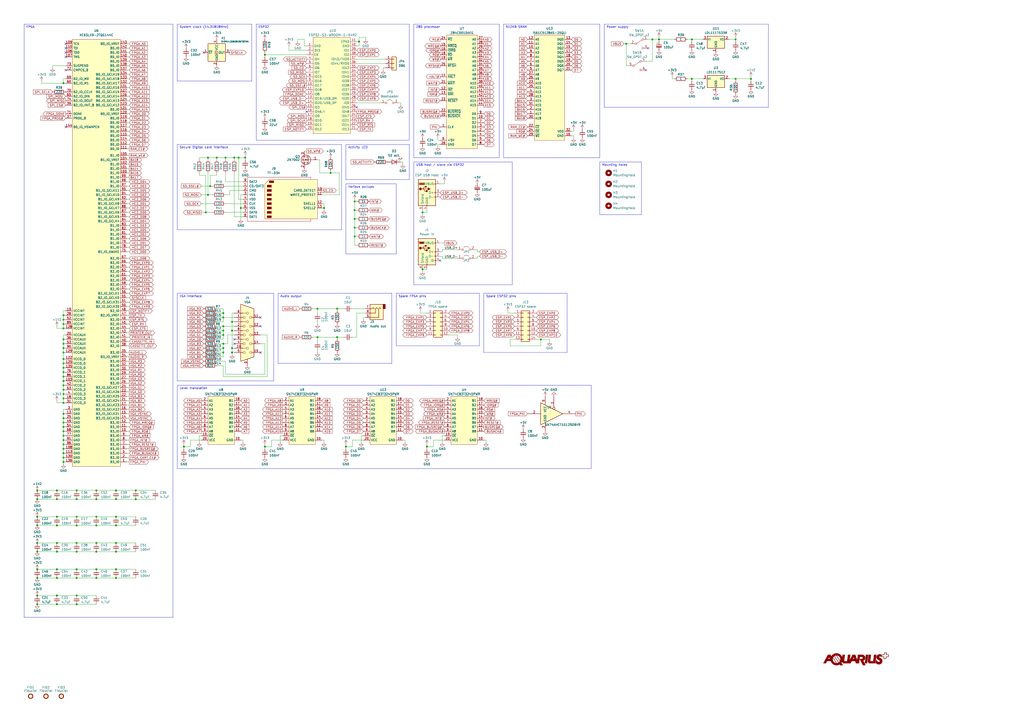
<source format=kicad_sch>
(kicad_sch (version 20230121) (generator eeschema)
  (paper "A2")
  (title_block (title "Aquarius+ mini") (date "2023-08-01") (company "Designed by Frank van den Hoef"))
  (junction (at 134.62 201.93))
  (junction (at 363.22 25.4))
  (junction (at 121.92 107.95))
  (junction (at 21.59 299.72))
  (junction (at 36.83 233.68))
  (junction (at 138.43 91.44))
  (junction (at 36.83 242.57))
  (junction (at 247.65 259.08))
  (junction (at 36.83 247.65))
  (junction (at 67.31 304.8))
  (junction (at 55.88 320.04))
  (junction (at 33.02 289.56))
  (junction (at 129.54 181.61))
  (junction (at 129.54 201.93))
  (junction (at 313.69 196.85))
  (junction (at 36.83 267.97))
  (junction (at 55.88 299.72))
  (junction (at 184.15 195.58))
  (junction (at 187.96 120.65))
  (junction (at 119.38 123.19))
  (junction (at 36.83 196.85))
  (junction (at 129.54 191.77))
  (junction (at 78.74 289.56))
  (junction (at 67.31 320.04))
  (junction (at 245.11 156.21))
  (junction (at 130.81 91.44))
  (junction (at 191.77 100.33))
  (junction (at 134.62 186.69))
  (junction (at 120.65 91.44))
  (junction (at 33.02 345.44))
  (junction (at 55.88 289.56))
  (junction (at 67.31 335.28))
  (junction (at 36.83 220.98))
  (junction (at 208.28 24.13))
  (junction (at 44.45 330.2))
  (junction (at 36.83 199.39))
  (junction (at 55.88 284.48))
  (junction (at 36.83 204.47))
  (junction (at 44.45 314.96))
  (junction (at 142.24 91.44))
  (junction (at 153.67 259.08))
  (junction (at 36.83 226.06))
  (junction (at 129.54 189.23))
  (junction (at 44.45 345.44))
  (junction (at 125.73 91.44))
  (junction (at 129.54 194.31))
  (junction (at 36.83 265.43))
  (junction (at 67.31 289.56))
  (junction (at 36.83 250.19))
  (junction (at 426.72 45.72))
  (junction (at 135.89 91.44))
  (junction (at 21.59 350.52))
  (junction (at 67.31 284.48))
  (junction (at 21.59 320.04))
  (junction (at 55.88 330.2))
  (junction (at 55.88 335.28))
  (junction (at 195.58 179.07))
  (junction (at 36.83 218.44))
  (junction (at 36.83 231.14))
  (junction (at 195.58 195.58))
  (junction (at 33.02 350.52))
  (junction (at 36.83 240.03))
  (junction (at 36.83 255.27))
  (junction (at 245.11 123.19))
  (junction (at 33.02 304.8))
  (junction (at 33.02 320.04))
  (junction (at 36.83 257.81))
  (junction (at 129.54 199.39))
  (junction (at 205.74 116.84))
  (junction (at 36.83 262.89))
  (junction (at 44.45 320.04))
  (junction (at 36.83 252.73))
  (junction (at 153.67 31.75))
  (junction (at 401.32 22.86))
  (junction (at 67.31 330.2))
  (junction (at 36.83 215.9))
  (junction (at 33.02 314.96))
  (junction (at 205.74 127))
  (junction (at 139.7 120.65))
  (junction (at 378.46 22.86))
  (junction (at 36.83 245.11))
  (junction (at 205.74 132.08))
  (junction (at 36.83 260.35))
  (junction (at 36.83 210.82))
  (junction (at 33.02 284.48))
  (junction (at 435.61 45.72))
  (junction (at 36.83 208.28))
  (junction (at 67.31 299.72))
  (junction (at 21.59 345.44))
  (junction (at 33.02 330.2))
  (junction (at 106.68 259.08))
  (junction (at 44.45 289.56))
  (junction (at 44.45 350.52))
  (junction (at 205.74 121.92))
  (junction (at 33.02 299.72))
  (junction (at 44.45 304.8))
  (junction (at 36.83 223.52))
  (junction (at 120.65 113.03))
  (junction (at 129.54 184.15))
  (junction (at 36.83 213.36))
  (junction (at 36.83 182.88))
  (junction (at 44.45 299.72))
  (junction (at 382.27 22.86))
  (junction (at 36.83 185.42))
  (junction (at 36.83 228.6))
  (junction (at 44.45 335.28))
  (junction (at 21.59 314.96))
  (junction (at 134.62 191.77))
  (junction (at 67.31 314.96))
  (junction (at 33.02 335.28))
  (junction (at 36.83 190.5))
  (junction (at 78.74 284.48))
  (junction (at 21.59 304.8))
  (junction (at 36.83 201.93))
  (junction (at 21.59 335.28))
  (junction (at 200.66 259.08))
  (junction (at 55.88 304.8))
  (junction (at 205.74 137.16))
  (junction (at 401.32 45.72))
  (junction (at 36.83 187.96))
  (junction (at 21.59 289.56))
  (junction (at 129.54 204.47))
  (junction (at 426.72 22.86))
  (junction (at 184.15 179.07))
  (junction (at 44.45 284.48))
  (junction (at 21.59 284.48))
  (junction (at 21.59 330.2))
  (junction (at 55.88 314.96))
  (junction (at 36.83 48.26))
  (junction (at 134.62 204.47))
  (no_connect (at 118.11 30.48))
  (no_connect (at 38.1 27.94))
  (no_connect (at 38.1 40.64))
  (no_connect (at 375.92 27.94))
  (no_connect (at 374.65 40.64))
  (no_connect (at 207.01 62.23))
  (no_connect (at 255.27 151.13))
  (no_connect (at 38.1 33.02))
  (no_connect (at 38.1 73.66))
  (no_connect (at 177.8 64.77))
  (no_connect (at 38.1 30.48))
  (no_connect (at 151.13 204.47))
  (no_connect (at 151.13 184.15))
  (no_connect (at 151.13 189.23))
  (no_connect (at 135.89 196.85))
  (no_connect (at 135.89 199.39))
  (no_connect (at 38.1 25.4))
  (wire (pts (xy 129.54 186.69) (xy 125.73 186.69)))
  (wire (pts (xy 181.61 195.58) (xy 184.15 195.58)))
  (polyline (pts (xy 292.1 91.44) (xy 347.98 91.44)) (stroke (width 0) (type solid)))
  (wire (pts (xy 134.62 201.93) (xy 135.89 201.93)))
  (wire (pts (xy 44.45 330.2) (xy 55.88 330.2)))
  (wire (pts (xy 256.54 149.86) (xy 265.43 149.86)))
  (wire (pts (xy 331.47 76.2) (xy 332.74 76.2)))
  (wire (pts (xy 73.66 78.74) (xy 74.93 78.74)))
  (wire (pts (xy 207.01 59.69) (xy 220.98 59.69)))
  (wire (pts (xy 205.74 127) (xy 205.74 132.08)))
  (wire (pts (xy 36.83 228.6) (xy 36.83 231.14)))
  (wire (pts (xy 73.66 73.66) (xy 74.93 73.66)))
  (polyline (pts (xy 280.67 204.47) (xy 328.93 204.47)) (stroke (width 0) (type solid)))
  (wire (pts (xy 125.73 204.47) (xy 129.54 204.47)))
  (wire (pts (xy 212.09 21.59) (xy 212.09 22.86)))
  (wire (pts (xy 36.83 215.9) (xy 36.83 218.44)))
  (wire (pts (xy 33.02 335.28) (xy 44.45 335.28)))
  (wire (pts (xy 125.73 91.44) (xy 125.73 92.71)))
  (wire (pts (xy 135.89 181.61) (xy 134.62 181.61)))
  (wire (pts (xy 153.67 259.08) (xy 153.67 257.81)))
  (wire (pts (xy 110.49 259.08) (xy 106.68 259.08)))
  (wire (pts (xy 116.84 123.19) (xy 119.38 123.19)))
  (wire (pts (xy 311.15 196.85) (xy 313.69 196.85)))
  (wire (pts (xy 177.8 87.63) (xy 176.53 87.63)))
  (wire (pts (xy 187.96 118.11) (xy 187.96 120.65)))
  (wire (pts (xy 73.66 154.94) (xy 74.93 154.94)))
  (wire (pts (xy 44.45 335.28) (xy 55.88 335.28)))
  (wire (pts (xy 313.69 200.66) (xy 313.69 196.85)))
  (wire (pts (xy 247.65 259.08) (xy 247.65 260.35)))
  (wire (pts (xy 67.31 299.72) (xy 78.74 299.72)))
  (wire (pts (xy 36.83 237.49) (xy 38.1 237.49)))
  (wire (pts (xy 36.83 223.52) (xy 38.1 223.52)))
  (wire (pts (xy 210.82 185.42) (xy 210.82 184.15)))
  (polyline (pts (xy 198.12 83.82) (xy 198.12 133.35)) (stroke (width 0) (type solid)))
  (polyline (pts (xy 350.52 62.23) (xy 445.77 62.23)) (stroke (width 0) (type solid)))
  (wire (pts (xy 401.32 22.86) (xy 401.32 24.13)))
  (wire (pts (xy 36.83 196.85) (xy 36.83 199.39)))
  (wire (pts (xy 123.19 107.95) (xy 121.92 107.95)))
  (polyline (pts (xy 148.59 81.28) (xy 237.49 81.28)) (stroke (width 0) (type solid)))
  (wire (pts (xy 205.74 116.84) (xy 207.01 116.84)))
  (wire (pts (xy 276.86 146.05) (xy 278.13 146.05)))
  (wire (pts (xy 251.46 255.27) (xy 251.46 259.08)))
  (wire (pts (xy 233.68 95.25) (xy 233.68 93.98)))
  (wire (pts (xy 73.66 48.26) (xy 74.93 48.26)))
  (wire (pts (xy 138.43 91.44) (xy 142.24 91.44)))
  (wire (pts (xy 422.91 22.86) (xy 426.72 22.86)))
  (wire (pts (xy 245.11 123.19) (xy 245.11 124.46)))
  (wire (pts (xy 210.82 255.27) (xy 204.47 255.27)))
  (polyline (pts (xy 161.29 170.18) (xy 161.29 210.82)) (stroke (width 0) (type solid)))
  (wire (pts (xy 133.35 110.49) (xy 133.35 113.03)))
  (wire (pts (xy 36.83 252.73) (xy 36.83 255.27)))
  (wire (pts (xy 38.1 194.31) (xy 36.83 194.31)))
  (wire (pts (xy 36.83 182.88) (xy 38.1 182.88)))
  (polyline (pts (xy 13.97 358.14) (xy 100.33 358.14)) (stroke (width 0) (type solid)))
  (wire (pts (xy 256.54 146.05) (xy 256.54 144.78)))
  (polyline (pts (xy 200.66 104.14) (xy 237.49 104.14)) (stroke (width 0) (type solid)))
  (wire (pts (xy 176.53 22.86) (xy 176.53 26.67)))
  (wire (pts (xy 24.13 46.99) (xy 24.13 48.26)))
  (wire (pts (xy 184.15 204.47) (xy 184.15 203.2)))
  (wire (pts (xy 73.66 100.33) (xy 74.93 100.33)))
  (wire (pts (xy 73.66 252.73) (xy 74.93 252.73)))
  (wire (pts (xy 73.66 118.11) (xy 74.93 118.11)))
  (wire (pts (xy 401.32 45.72) (xy 407.67 45.72)))
  (wire (pts (xy 243.84 181.61) (xy 247.65 181.61)))
  (wire (pts (xy 426.72 45.72) (xy 426.72 46.99)))
  (wire (pts (xy 36.83 228.6) (xy 38.1 228.6)))
  (wire (pts (xy 398.78 45.72) (xy 401.32 45.72)))
  (wire (pts (xy 73.66 102.87) (xy 74.93 102.87)))
  (polyline (pts (xy 278.13 170.18) (xy 278.13 200.66)) (stroke (width 0) (type solid)))
  (polyline (pts (xy 102.87 83.82) (xy 198.12 83.82)) (stroke (width 0) (type solid)))
  (wire (pts (xy 73.66 165.1) (xy 74.93 165.1)))
  (wire (pts (xy 36.83 196.85) (xy 38.1 196.85)))
  (wire (pts (xy 195.58 179.07) (xy 199.39 179.07)))
  (wire (pts (xy 151.13 194.31) (xy 154.94 194.31)))
  (wire (pts (xy 172.72 22.86) (xy 176.53 22.86)))
  (wire (pts (xy 120.65 100.33) (xy 120.65 113.03)))
  (wire (pts (xy 295.91 196.85) (xy 295.91 200.66)))
  (wire (pts (xy 44.45 314.96) (xy 55.88 314.96)))
  (wire (pts (xy 129.54 199.39) (xy 129.54 201.93)))
  (wire (pts (xy 73.66 55.88) (xy 74.93 55.88)))
  (polyline (pts (xy 102.87 170.18) (xy 158.75 170.18)) (stroke (width 0) (type solid)))
  (wire (pts (xy 151.13 199.39) (xy 153.67 199.39)))
  (wire (pts (xy 184.15 179.07) (xy 195.58 179.07)))
  (wire (pts (xy 33.02 304.8) (xy 44.45 304.8)))
  (polyline (pts (xy 102.87 13.97) (xy 102.87 46.99)) (stroke (width 0) (type solid)))
  (wire (pts (xy 73.66 107.95) (xy 74.93 107.95)))
  (wire (pts (xy 115.57 101.6) (xy 115.57 100.33)))
  (wire (pts (xy 129.54 196.85) (xy 125.73 196.85)))
  (wire (pts (xy 153.67 217.17) (xy 130.81 217.17)))
  (wire (pts (xy 36.83 187.96) (xy 38.1 187.96)))
  (polyline (pts (xy 158.75 170.18) (xy 158.75 220.98)) (stroke (width 0) (type solid)))
  (wire (pts (xy 204.47 179.07) (xy 212.09 179.07)))
  (wire (pts (xy 73.66 128.27) (xy 74.93 128.27)))
  (wire (pts (xy 153.67 30.48) (xy 153.67 31.75)))
  (wire (pts (xy 21.59 314.96) (xy 33.02 314.96)))
  (polyline (pts (xy 102.87 13.97) (xy 146.05 13.97)) (stroke (width 0) (type solid)))
  (wire (pts (xy 21.59 320.04) (xy 33.02 320.04)))
  (wire (pts (xy 130.81 105.41) (xy 130.81 100.33)))
  (wire (pts (xy 116.84 255.27) (xy 110.49 255.27)))
  (wire (pts (xy 204.47 259.08) (xy 200.66 259.08)))
  (wire (pts (xy 36.83 255.27) (xy 38.1 255.27)))
  (wire (pts (xy 73.66 86.36) (xy 74.93 86.36)))
  (wire (pts (xy 200.66 259.08) (xy 200.66 260.35)))
  (wire (pts (xy 21.59 330.2) (xy 33.02 330.2)))
  (wire (pts (xy 36.83 242.57) (xy 38.1 242.57)))
  (wire (pts (xy 153.67 31.75) (xy 177.8 31.75)))
  (wire (pts (xy 33.02 284.48) (xy 44.45 284.48)))
  (wire (pts (xy 121.92 101.6) (xy 125.73 101.6)))
  (wire (pts (xy 255.27 146.05) (xy 256.54 146.05)))
  (wire (pts (xy 255.27 83.82) (xy 254 83.82)))
  (wire (pts (xy 36.83 242.57) (xy 36.83 245.11)))
  (wire (pts (xy 207.01 24.13) (xy 208.28 24.13)))
  (wire (pts (xy 36.83 48.26) (xy 38.1 48.26)))
  (wire (pts (xy 378.46 22.86) (xy 378.46 35.56)))
  (wire (pts (xy 426.72 45.72) (xy 435.61 45.72)))
  (wire (pts (xy 67.31 320.04) (xy 78.74 320.04)))
  (wire (pts (xy 435.61 45.72) (xy 435.61 46.99)))
  (wire (pts (xy 36.83 267.97) (xy 38.1 267.97)))
  (wire (pts (xy 208.28 21.59) (xy 212.09 21.59)))
  (polyline (pts (xy 240.03 13.97) (xy 289.56 13.97)) (stroke (width 0) (type solid)))
  (wire (pts (xy 21.59 304.8) (xy 33.02 304.8)))
  (wire (pts (xy 21.59 350.52) (xy 33.02 350.52)))
  (wire (pts (xy 207.01 142.24) (xy 205.74 142.24)))
  (wire (pts (xy 73.66 68.58) (xy 74.93 68.58)))
  (wire (pts (xy 36.83 265.43) (xy 38.1 265.43)))
  (wire (pts (xy 73.66 167.64) (xy 74.93 167.64)))
  (polyline (pts (xy 240.03 93.98) (xy 297.18 93.98)) (stroke (width 0) (type solid)))
  (polyline (pts (xy 227.33 170.18) (xy 227.33 210.82)) (stroke (width 0) (type solid)))
  (wire (pts (xy 36.83 231.14) (xy 36.83 233.68)))
  (wire (pts (xy 36.83 48.26) (xy 24.13 48.26)))
  (wire (pts (xy 73.66 92.71) (xy 74.93 92.71)))
  (polyline (pts (xy 13.97 13.97) (xy 13.97 358.14)) (stroke (width 0) (type solid)))
  (wire (pts (xy 140.97 105.41) (xy 130.81 105.41)))
  (wire (pts (xy 73.66 198.12) (xy 74.93 198.12)))
  (wire (pts (xy 234.95 255.27) (xy 234.95 256.54)))
  (wire (pts (xy 21.59 345.44) (xy 33.02 345.44)))
  (wire (pts (xy 276.86 148.59) (xy 278.13 148.59)))
  (polyline (pts (xy 292.1 13.97) (xy 292.1 91.44)) (stroke (width 0) (type solid)))
  (wire (pts (xy 73.66 25.4) (xy 74.93 25.4)))
  (wire (pts (xy 116.84 113.03) (xy 120.65 113.03)))
  (wire (pts (xy 73.66 157.48) (xy 74.93 157.48)))
  (wire (pts (xy 121.92 107.95) (xy 121.92 101.6)))
  (wire (pts (xy 255.27 140.97) (xy 257.81 140.97)))
  (wire (pts (xy 73.66 207.01) (xy 74.93 207.01)))
  (polyline (pts (xy 347.98 93.98) (xy 372.11 93.98)) (stroke (width 0) (type solid)))
  (wire (pts (xy 129.54 189.23) (xy 135.89 189.23)))
  (wire (pts (xy 157.48 255.27) (xy 157.48 259.08)))
  (wire (pts (xy 73.66 45.72) (xy 74.93 45.72)))
  (polyline (pts (xy 280.67 170.18) (xy 328.93 170.18)) (stroke (width 0) (type solid)))
  (wire (pts (xy 382.27 22.86) (xy 391.16 22.86)))
  (wire (pts (xy 36.83 255.27) (xy 36.83 257.81)))
  (wire (pts (xy 36.83 199.39) (xy 38.1 199.39)))
  (wire (pts (xy 36.83 204.47) (xy 36.83 208.28)))
  (wire (pts (xy 78.74 284.48) (xy 90.17 284.48)))
  (wire (pts (xy 207.01 195.58) (xy 207.01 181.61)))
  (wire (pts (xy 73.66 222.25) (xy 74.93 222.25)))
  (wire (pts (xy 73.66 149.86) (xy 74.93 149.86)))
  (wire (pts (xy 55.88 289.56) (xy 67.31 289.56)))
  (wire (pts (xy 129.54 179.07) (xy 129.54 181.61)))
  (wire (pts (xy 73.66 97.79) (xy 74.93 97.79)))
  (wire (pts (xy 153.67 31.75) (xy 153.67 33.02)))
  (wire (pts (xy 140.97 113.03) (xy 139.7 113.03)))
  (wire (pts (xy 73.66 250.19) (xy 74.93 250.19)))
  (wire (pts (xy 255.27 148.59) (xy 256.54 148.59)))
  (wire (pts (xy 223.52 39.37) (xy 222.25 39.37)))
  (wire (pts (xy 142.24 91.44) (xy 142.24 92.71)))
  (wire (pts (xy 133.35 113.03) (xy 130.81 113.03)))
  (wire (pts (xy 55.88 320.04) (xy 67.31 320.04)))
  (wire (pts (xy 153.67 259.08) (xy 153.67 260.35)))
  (wire (pts (xy 135.89 125.73) (xy 140.97 125.73)))
  (polyline (pts (xy 102.87 223.52) (xy 342.9 223.52)) (stroke (width 0) (type solid)))
  (wire (pts (xy 38.1 215.9) (xy 36.83 215.9)))
  (wire (pts (xy 67.31 289.56) (xy 78.74 289.56)))
  (wire (pts (xy 73.66 135.89) (xy 74.93 135.89)))
  (wire (pts (xy 191.77 100.33) (xy 185.42 100.33)))
  (wire (pts (xy 154.94 218.44) (xy 129.54 218.44)))
  (wire (pts (xy 256.54 144.78) (xy 265.43 144.78)))
  (polyline (pts (xy 102.87 223.52) (xy 102.87 271.78)) (stroke (width 0) (type solid)))
  (wire (pts (xy 205.74 132.08) (xy 205.74 137.16)))
  (wire (pts (xy 196.85 100.33) (xy 191.77 100.33)))
  (wire (pts (xy 254 83.82) (xy 254 85.09)))
  (wire (pts (xy 426.72 22.86) (xy 426.72 24.13)))
  (polyline (pts (xy 200.66 106.68) (xy 200.66 147.32)) (stroke (width 0) (type solid)))
  (wire (pts (xy 36.83 250.19) (xy 38.1 250.19)))
  (wire (pts (xy 129.54 181.61) (xy 129.54 184.15)))
  (wire (pts (xy 247.65 121.92) (xy 247.65 123.19)))
  (wire (pts (xy 401.32 22.86) (xy 407.67 22.86)))
  (wire (pts (xy 139.7 113.03) (xy 139.7 120.65)))
  (wire (pts (xy 142.24 90.17) (xy 142.24 91.44)))
  (wire (pts (xy 243.84 180.34) (xy 243.84 181.61)))
  (wire (pts (xy 251.46 259.08) (xy 247.65 259.08)))
  (wire (pts (xy 130.81 91.44) (xy 135.89 91.44)))
  (wire (pts (xy 73.66 125.73) (xy 74.93 125.73)))
  (wire (pts (xy 73.66 105.41) (xy 74.93 105.41)))
  (wire (pts (xy 44.45 284.48) (xy 55.88 284.48)))
  (wire (pts (xy 73.66 40.64) (xy 74.93 40.64)))
  (wire (pts (xy 200.66 259.08) (xy 200.66 257.81)))
  (polyline (pts (xy 347.98 13.97) (xy 347.98 91.44)) (stroke (width 0) (type solid)))
  (wire (pts (xy 36.83 218.44) (xy 38.1 218.44)))
  (wire (pts (xy 36.83 247.65) (xy 36.83 250.19)))
  (wire (pts (xy 73.66 187.96) (xy 74.93 187.96)))
  (wire (pts (xy 73.66 267.97) (xy 74.93 267.97)))
  (wire (pts (xy 245.11 123.19) (xy 247.65 123.19)))
  (wire (pts (xy 120.65 91.44) (xy 120.65 92.71)))
  (wire (pts (xy 140.97 110.49) (xy 133.35 110.49)))
  (wire (pts (xy 129.54 184.15) (xy 129.54 186.69)))
  (wire (pts (xy 247.65 259.08) (xy 247.65 257.81)))
  (polyline (pts (xy 342.9 223.52) (xy 342.9 271.78)) (stroke (width 0) (type solid)))
  (wire (pts (xy 361.95 25.4) (xy 363.22 25.4)))
  (polyline (pts (xy 347.98 93.98) (xy 347.98 124.46)) (stroke (width 0) (type solid)))
  (wire (pts (xy 129.54 204.47) (xy 129.54 207.01)))
  (wire (pts (xy 245.11 156.21) (xy 245.11 157.48)))
  (wire (pts (xy 73.66 60.96) (xy 74.93 60.96)))
  (wire (pts (xy 132.08 199.39) (xy 129.54 199.39)))
  (wire (pts (xy 36.83 190.5) (xy 36.83 187.96)))
  (wire (pts (xy 129.54 212.09) (xy 125.73 212.09)))
  (polyline (pts (xy 13.97 13.97) (xy 100.33 13.97)) (stroke (width 0) (type solid)))
  (wire (pts (xy 74.93 172.72) (xy 73.66 172.72)))
  (polyline (pts (xy 237.49 13.97) (xy 237.49 81.28)) (stroke (width 0) (type solid)))
  (wire (pts (xy 38.1 213.36) (xy 36.83 213.36)))
  (wire (pts (xy 73.66 175.26) (xy 74.93 175.26)))
  (wire (pts (xy 73.66 133.35) (xy 74.93 133.35)))
  (wire (pts (xy 125.73 201.93) (xy 129.54 201.93)))
  (wire (pts (xy 33.02 289.56) (xy 44.45 289.56)))
  (polyline (pts (xy 350.52 13.97) (xy 350.52 62.23)) (stroke (width 0) (type solid)))
  (wire (pts (xy 187.96 120.65) (xy 187.96 121.92)))
  (wire (pts (xy 245.11 156.21) (xy 247.65 156.21)))
  (wire (pts (xy 36.83 185.42) (xy 36.83 182.88)))
  (wire (pts (xy 44.45 345.44) (xy 55.88 345.44)))
  (wire (pts (xy 73.66 237.49) (xy 74.93 237.49)))
  (wire (pts (xy 73.66 217.17) (xy 74.93 217.17)))
  (wire (pts (xy 134.62 201.93) (xy 134.62 204.47)))
  (wire (pts (xy 73.66 38.1) (xy 74.93 38.1)))
  (wire (pts (xy 73.66 27.94) (xy 74.93 27.94)))
  (wire (pts (xy 73.66 160.02) (xy 74.93 160.02)))
  (wire (pts (xy 207.01 181.61) (xy 212.09 181.61)))
  (wire (pts (xy 186.69 118.11) (xy 187.96 118.11)))
  (wire (pts (xy 275.59 144.78) (xy 276.86 144.78)))
  (wire (pts (xy 30.48 38.1) (xy 30.48 39.37)))
  (wire (pts (xy 73.66 66.04) (xy 74.93 66.04)))
  (wire (pts (xy 73.66 146.05) (xy 74.93 146.05)))
  (wire (pts (xy 73.66 245.11) (xy 74.93 245.11)))
  (polyline (pts (xy 146.05 13.97) (xy 146.05 46.99)) (stroke (width 0) (type solid)))
  (polyline (pts (xy 445.77 13.97) (xy 445.77 62.23)) (stroke (width 0) (type solid)))
  (polyline (pts (xy 102.87 271.78) (xy 342.9 271.78)) (stroke (width 0) (type solid)))
  (wire (pts (xy 33.02 330.2) (xy 44.45 330.2)))
  (wire (pts (xy 73.66 63.5) (xy 74.93 63.5)))
  (wire (pts (xy 134.62 186.69) (xy 134.62 191.77)))
  (wire (pts (xy 21.59 284.48) (xy 33.02 284.48)))
  (wire (pts (xy 73.66 195.58) (xy 74.93 195.58)))
  (wire (pts (xy 222.25 39.37) (xy 222.25 40.64)))
  (wire (pts (xy 36.83 262.89) (xy 38.1 262.89)))
  (wire (pts (xy 36.83 180.34) (xy 36.83 182.88)))
  (polyline (pts (xy 200.66 83.82) (xy 237.49 83.82)) (stroke (width 0) (type solid)))
  (wire (pts (xy 125.73 191.77) (xy 129.54 191.77)))
  (wire (pts (xy 73.66 35.56) (xy 74.93 35.56)))
  (wire (pts (xy 125.73 199.39) (xy 129.54 199.39)))
  (wire (pts (xy 36.83 199.39) (xy 36.83 201.93)))
  (wire (pts (xy 36.83 220.98) (xy 36.83 223.52)))
  (wire (pts (xy 257.81 255.27) (xy 251.46 255.27)))
  (wire (pts (xy 129.54 194.31) (xy 129.54 196.85)))
  (polyline (pts (xy 200.66 147.32) (xy 229.87 147.32)) (stroke (width 0) (type solid)))
  (wire (pts (xy 36.83 240.03) (xy 38.1 240.03)))
  (polyline (pts (xy 240.03 165.1) (xy 297.18 165.1)) (stroke (width 0) (type solid)))
  (wire (pts (xy 73.66 247.65) (xy 74.93 247.65)))
  (wire (pts (xy 36.83 204.47) (xy 38.1 204.47)))
  (wire (pts (xy 36.83 213.36) (xy 36.83 215.9)))
  (wire (pts (xy 73.66 212.09) (xy 74.93 212.09)))
  (wire (pts (xy 245.11 121.92) (xy 245.11 123.19)))
  (wire (pts (xy 36.83 250.19) (xy 36.83 252.73)))
  (wire (pts (xy 73.66 260.35) (xy 74.93 260.35)))
  (wire (pts (xy 36.83 257.81) (xy 36.83 260.35)))
  (wire (pts (xy 73.66 162.56) (xy 74.93 162.56)))
  (wire (pts (xy 205.74 115.57) (xy 205.74 116.84)))
  (wire (pts (xy 116.84 118.11) (xy 123.19 118.11)))
  (wire (pts (xy 276.86 149.86) (xy 276.86 148.59)))
  (polyline (pts (xy 240.03 91.44) (xy 289.56 91.44)) (stroke (width 0) (type solid)))
  (wire (pts (xy 36.83 262.89) (xy 36.83 265.43)))
  (wire (pts (xy 73.66 227.33) (xy 74.93 227.33)))
  (wire (pts (xy 191.77 99.06) (xy 191.77 100.33)))
  (wire (pts (xy 106.68 259.08) (xy 106.68 257.81)))
  (wire (pts (xy 67.31 304.8) (xy 78.74 304.8)))
  (polyline (pts (xy 297.18 93.98) (xy 297.18 165.1)) (stroke (width 0) (type solid)))
  (wire (pts (xy 254 81.28) (xy 255.27 81.28)))
  (wire (pts (xy 130.81 91.44) (xy 130.81 92.71)))
  (wire (pts (xy 73.66 229.87) (xy 74.93 229.87)))
  (wire (pts (xy 33.02 232.41) (xy 33.02 233.68)))
  (wire (pts (xy 134.62 191.77) (xy 134.62 201.93)))
  (wire (pts (xy 55.88 304.8) (xy 67.31 304.8)))
  (polyline (pts (xy 289.56 13.97) (xy 289.56 91.44)) (stroke (width 0) (type solid)))
  (wire (pts (xy 281.94 255.27) (xy 281.94 256.54)))
  (wire (pts (xy 73.66 71.12) (xy 74.93 71.12)))
  (wire (pts (xy 157.48 259.08) (xy 153.67 259.08)))
  (wire (pts (xy 38.1 190.5) (xy 36.83 190.5)))
  (wire (pts (xy 73.66 152.4) (xy 74.93 152.4)))
  (wire (pts (xy 130.81 217.17) (xy 130.81 209.55)))
  (wire (pts (xy 187.96 255.27) (xy 187.96 256.54)))
  (wire (pts (xy 73.66 200.66) (xy 74.93 200.66)))
  (wire (pts (xy 33.02 350.52) (xy 44.45 350.52)))
  (wire (pts (xy 55.88 330.2) (xy 67.31 330.2)))
  (wire (pts (xy 38.1 245.11) (xy 36.83 245.11)))
  (wire (pts (xy 177.8 29.21) (xy 167.64 29.21)))
  (wire (pts (xy 313.69 196.85) (xy 318.77 196.85)))
  (wire (pts (xy 115.57 91.44) (xy 120.65 91.44)))
  (wire (pts (xy 73.66 115.57) (xy 74.93 115.57)))
  (wire (pts (xy 73.66 43.18) (xy 74.93 43.18)))
  (wire (pts (xy 55.88 335.28) (xy 67.31 335.28)))
  (wire (pts (xy 185.42 92.71) (xy 185.42 100.33)))
  (wire (pts (xy 73.66 180.34) (xy 74.93 180.34)))
  (wire (pts (xy 73.66 224.79) (xy 74.93 224.79)))
  (wire (pts (xy 294.64 180.34) (xy 294.64 181.61)))
  (wire (pts (xy 44.45 304.8) (xy 55.88 304.8)))
  (wire (pts (xy 73.66 219.71) (xy 74.93 219.71)))
  (wire (pts (xy 298.45 196.85) (xy 295.91 196.85)))
  (wire (pts (xy 378.46 22.86) (xy 382.27 22.86)))
  (wire (pts (xy 134.62 204.47) (xy 134.62 205.74)))
  (wire (pts (xy 21.59 289.56) (xy 33.02 289.56)))
  (polyline (pts (xy 148.59 13.97) (xy 237.49 13.97)) (stroke (width 0) (type solid)))
  (wire (pts (xy 73.66 90.17) (xy 74.93 90.17)))
  (wire (pts (xy 207.01 137.16) (xy 205.74 137.16)))
  (wire (pts (xy 365.76 25.4) (xy 363.22 25.4)))
  (wire (pts (xy 106.68 259.08) (xy 106.68 260.35)))
  (wire (pts (xy 44.45 320.04) (xy 55.88 320.04)))
  (wire (pts (xy 116.84 252.73) (xy 115.57 252.73)))
  (wire (pts (xy 73.66 209.55) (xy 74.93 209.55)))
  (wire (pts (xy 73.66 143.51) (xy 74.93 143.51)))
  (polyline (pts (xy 200.66 83.82) (xy 200.66 104.14)) (stroke (width 0) (type solid)))
  (wire (pts (xy 129.54 218.44) (xy 129.54 212.09)))
  (wire (pts (xy 119.38 101.6) (xy 115.57 101.6)))
  (polyline (pts (xy 229.87 170.18) (xy 229.87 200.66)) (stroke (width 0) (type solid)))
  (polyline (pts (xy 229.87 200.66) (xy 278.13 200.66)) (stroke (width 0) (type solid)))
  (wire (pts (xy 73.66 95.25) (xy 74.93 95.25)))
  (wire (pts (xy 73.66 110.49) (xy 74.93 110.49)))
  (wire (pts (xy 375.92 22.86) (xy 378.46 22.86)))
  (polyline (pts (xy 328.93 170.18) (xy 328.93 204.47)) (stroke (width 0) (type solid)))
  (wire (pts (xy 36.83 237.49) (xy 36.83 240.03)))
  (wire (pts (xy 332.74 78.74) (xy 332.74 80.01)))
  (wire (pts (xy 331.47 78.74) (xy 332.74 78.74)))
  (wire (pts (xy 130.81 107.95) (xy 140.97 107.95)))
  (polyline (pts (xy 350.52 13.97) (xy 445.77 13.97)) (stroke (width 0) (type solid)))
  (wire (pts (xy 36.83 260.35) (xy 36.83 262.89)))
  (wire (pts (xy 73.66 240.03) (xy 74.93 240.03)))
  (wire (pts (xy 129.54 189.23) (xy 129.54 191.77)))
  (wire (pts (xy 73.66 130.81) (xy 74.93 130.81)))
  (wire (pts (xy 176.53 26.67) (xy 177.8 26.67)))
  (wire (pts (xy 73.66 182.88) (xy 74.93 182.88)))
  (wire (pts (xy 139.7 120.65) (xy 140.97 120.65)))
  (wire (pts (xy 257.81 105.41) (xy 257.81 106.68)))
  (wire (pts (xy 33.02 314.96) (xy 44.45 314.96)))
  (wire (pts (xy 21.59 335.28) (xy 33.02 335.28)))
  (wire (pts (xy 36.83 187.96) (xy 36.83 185.42)))
  (wire (pts (xy 73.66 76.2) (xy 74.93 76.2)))
  (polyline (pts (xy 240.03 13.97) (xy 240.03 91.44)) (stroke (width 0) (type solid)))
  (polyline (pts (xy 347.98 124.46) (xy 372.11 124.46)) (stroke (width 0) (type solid)))
  (wire (pts (xy 276.86 144.78) (xy 276.86 146.05)))
  (wire (pts (xy 73.66 33.02) (xy 74.93 33.02)))
  (wire (pts (xy 21.59 299.72) (xy 33.02 299.72)))
  (wire (pts (xy 33.02 299.72) (xy 44.45 299.72)))
  (wire (pts (xy 33.02 189.23) (xy 33.02 190.5)))
  (wire (pts (xy 36.83 190.5) (xy 33.02 190.5)))
  (wire (pts (xy 422.91 45.72) (xy 426.72 45.72)))
  (wire (pts (xy 255.27 106.68) (xy 257.81 106.68)))
  (polyline (pts (xy 148.59 13.97) (xy 148.59 81.28)) (stroke (width 0) (type solid)))
  (wire (pts (xy 195.58 195.58) (xy 199.39 195.58)))
  (wire (pts (xy 332.74 74.93) (xy 332.74 76.2)))
  (wire (pts (xy 38.1 180.34) (xy 36.83 180.34)))
  (wire (pts (xy 135.89 91.44) (xy 138.43 91.44)))
  (polyline (pts (xy 102.87 83.82) (xy 102.87 133.35)) (stroke (width 0) (type solid)))
  (polyline (pts (xy 229.87 170.18) (xy 278.13 170.18)) (stroke (width 0) (type solid)))
  (wire (pts (xy 73.66 50.8) (xy 74.93 50.8)))
  (wire (pts (xy 389.89 44.45) (xy 389.89 45.72)))
  (wire (pts (xy 163.83 255.27) (xy 157.48 255.27)))
  (wire (pts (xy 208.28 24.13) (xy 208.28 21.59)))
  (wire (pts (xy 123.19 113.03) (xy 120.65 113.03)))
  (polyline (pts (xy 161.29 210.82) (xy 227.33 210.82)) (stroke (width 0) (type solid)))
  (wire (pts (xy 36.83 231.14) (xy 38.1 231.14)))
  (wire (pts (xy 162.56 252.73) (xy 162.56 256.54)))
  (wire (pts (xy 125.73 189.23) (xy 129.54 189.23)))
  (wire (pts (xy 44.45 350.52) (xy 55.88 350.52)))
  (wire (pts (xy 207.01 26.67) (xy 208.28 26.67)))
  (wire (pts (xy 426.72 21.59) (xy 426.72 22.86)))
  (wire (pts (xy 401.32 45.72) (xy 401.32 46.99)))
  (wire (pts (xy 67.31 335.28) (xy 78.74 335.28)))
  (wire (pts (xy 36.83 194.31) (xy 36.83 196.85)))
  (wire (pts (xy 139.7 255.27) (xy 140.97 255.27)))
  (polyline (pts (xy 102.87 170.18) (xy 102.87 220.98)) (stroke (width 0) (type solid)))
  (wire (pts (xy 318.77 196.85) (xy 318.77 198.12)))
  (wire (pts (xy 67.31 284.48) (xy 78.74 284.48)))
  (wire (pts (xy 167.64 26.67) (xy 167.64 29.21)))
  (wire (pts (xy 36.83 226.06) (xy 36.83 228.6)))
  (wire (pts (xy 119.38 123.19) (xy 119.38 101.6)))
  (wire (pts (xy 132.08 194.31) (xy 132.08 199.39)))
  (wire (pts (xy 153.67 199.39) (xy 153.67 217.17)))
  (wire (pts (xy 73.66 214.63) (xy 74.93 214.63)))
  (wire (pts (xy 36.83 267.97) (xy 36.83 269.24)))
  (wire (pts (xy 36.83 233.68) (xy 33.02 233.68)))
  (wire (pts (xy 154.94 194.31) (xy 154.94 218.44)))
  (wire (pts (xy 36.83 220.98) (xy 38.1 220.98)))
  (wire (pts (xy 129.54 207.01) (xy 125.73 207.01)))
  (wire (pts (xy 36.83 45.72) (xy 36.83 48.26)))
  (wire (pts (xy 116.84 107.95) (xy 121.92 107.95)))
  (wire (pts (xy 36.83 247.65) (xy 38.1 247.65)))
  (wire (pts (xy 389.89 45.72) (xy 391.16 45.72)))
  (wire (pts (xy 140.97 115.57) (xy 138.43 115.57)))
  (wire (pts (xy 67.31 330.2) (xy 78.74 330.2)))
  (wire (pts (xy 73.66 265.43) (xy 74.93 265.43)))
  (polyline (pts (xy 292.1 13.97) (xy 347.98 13.97)) (stroke (width 0) (type solid)))
  (wire (pts (xy 73.66 123.19) (xy 74.93 123.19)))
  (wire (pts (xy 73.66 185.42) (xy 74.93 185.42)))
  (wire (pts (xy 120.65 91.44) (xy 125.73 91.44)))
  (wire (pts (xy 30.48 38.1) (xy 38.1 38.1)))
  (wire (pts (xy 135.89 100.33) (xy 135.89 125.73)))
  (wire (pts (xy 115.57 92.71) (xy 115.57 91.44)))
  (wire (pts (xy 129.54 201.93) (xy 129.54 204.47)))
  (wire (pts (xy 38.1 208.28) (xy 36.83 208.28)))
  (wire (pts (xy 184.15 187.96) (xy 184.15 186.69)))
  (wire (pts (xy 44.45 299.72) (xy 55.88 299.72)))
  (wire (pts (xy 265.43 194.31) (xy 265.43 195.58)))
  (polyline (pts (xy 229.87 106.68) (xy 229.87 147.32)) (stroke (width 0) (type solid)))
  (wire (pts (xy 73.66 113.03) (xy 74.93 113.03)))
  (wire (pts (xy 210.82 252.73) (xy 209.55 252.73)))
  (polyline (pts (xy 280.67 170.18) (xy 280.67 204.47)) (stroke (width 0) (type solid)))
  (wire (pts (xy 73.66 138.43) (xy 74.93 138.43)))
  (wire (pts (xy 280.67 255.27) (xy 281.94 255.27)))
  (wire (pts (xy 134.62 186.69) (xy 135.89 186.69)))
  (wire (pts (xy 115.57 252.73) (xy 115.57 256.54)))
  (wire (pts (xy 73.66 120.65) (xy 74.93 120.65)))
  (wire (pts (xy 207.01 132.08) (xy 205.74 132.08)))
  (wire (pts (xy 184.15 181.61) (xy 184.15 179.07)))
  (wire (pts (xy 130.81 123.19) (xy 140.97 123.19)))
  (wire (pts (xy 73.66 257.81) (xy 74.93 257.81)))
  (wire (pts (xy 209.55 252.73) (xy 209.55 256.54)))
  (wire (pts (xy 36.83 252.73) (xy 38.1 252.73)))
  (polyline (pts (xy 102.87 133.35) (xy 198.12 133.35)) (stroke (width 0) (type solid)))
  (wire (pts (xy 125.73 194.31) (xy 129.54 194.31)))
  (wire (pts (xy 36.83 218.44) (xy 36.83 220.98)))
  (wire (pts (xy 125.73 209.55) (xy 130.81 209.55)))
  (wire (pts (xy 73.66 190.5) (xy 74.93 190.5)))
  (wire (pts (xy 435.61 44.45) (xy 435.61 45.72)))
  (wire (pts (xy 184.15 92.71) (xy 185.42 92.71)))
  (wire (pts (xy 125.73 91.44) (xy 130.81 91.44)))
  (wire (pts (xy 73.66 81.28) (xy 74.93 81.28)))
  (wire (pts (xy 163.83 252.73) (xy 162.56 252.73)))
  (polyline (pts (xy 161.29 170.18) (xy 227.33 170.18)) (stroke (width 0) (type solid)))
  (wire (pts (xy 195.58 179.07) (xy 195.58 180.34)))
  (wire (pts (xy 73.66 193.04) (xy 74.93 193.04)))
  (wire (pts (xy 374.65 35.56) (xy 378.46 35.56)))
  (wire (pts (xy 36.83 185.42) (xy 38.1 185.42)))
  (wire (pts (xy 186.69 113.03) (xy 196.85 113.03)))
  (wire (pts (xy 73.66 83.82) (xy 74.93 83.82)))
  (wire (pts (xy 73.66 30.48) (xy 74.93 30.48)))
  (wire (pts (xy 130.81 118.11) (xy 140.97 118.11)))
  (wire (pts (xy 36.83 210.82) (xy 36.83 213.36)))
  (wire (pts (xy 363.22 25.4) (xy 363.22 38.1)))
  (wire (pts (xy 207.01 34.29) (xy 223.52 34.29)))
  (wire (pts (xy 73.66 234.95) (xy 74.93 234.95)))
  (wire (pts (xy 196.85 113.03) (xy 196.85 100.33)))
  (wire (pts (xy 44.45 289.56) (xy 55.88 289.56)))
  (wire (pts (xy 33.02 345.44) (xy 44.45 345.44)))
  (wire (pts (xy 36.83 257.81) (xy 38.1 257.81)))
  (wire (pts (xy 36.83 201.93) (xy 36.83 204.47)))
  (wire (pts (xy 186.69 120.65) (xy 187.96 120.65)))
  (wire (pts (xy 295.91 200.66) (xy 313.69 200.66)))
  (wire (pts (xy 204.47 195.58) (xy 207.01 195.58)))
  (wire (pts (xy 135.89 194.31) (xy 132.08 194.31)))
  (wire (pts (xy 36.83 226.06) (xy 38.1 226.06)))
  (wire (pts (xy 256.54 252.73) (xy 256.54 256.54)))
  (wire (pts (xy 129.54 184.15) (xy 135.89 184.15)))
  (wire (pts (xy 134.62 191.77) (xy 135.89 191.77)))
  (wire (pts (xy 382.27 21.59) (xy 382.27 22.86)))
  (wire (pts (xy 73.66 204.47) (xy 74.93 204.47)))
  (wire (pts (xy 73.66 262.89) (xy 74.93 262.89)))
  (wire (pts (xy 134.62 204.47) (xy 135.89 204.47)))
  (wire (pts (xy 33.02 320.04) (xy 44.45 320.04)))
  (wire (pts (xy 73.66 58.42) (xy 74.93 58.42)))
  (wire (pts (xy 256.54 148.59) (xy 256.54 149.86)))
  (polyline (pts (xy 240.03 93.98) (xy 240.03 165.1)) (stroke (width 0) (type solid)))
  (wire (pts (xy 55.88 284.48) (xy 67.31 284.48)))
  (wire (pts (xy 36.83 223.52) (xy 36.83 226.06)))
  (wire (pts (xy 207.01 127) (xy 205.74 127)))
  (wire (pts (xy 135.89 91.44) (xy 135.89 92.71)))
  (wire (pts (xy 73.66 232.41) (xy 74.93 232.41)))
  (wire (pts (xy 398.78 22.86) (xy 401.32 22.86)))
  (wire (pts (xy 260.35 194.31) (xy 265.43 194.31)))
  (wire (pts (xy 210.82 184.15) (xy 212.09 184.15)))
  (wire (pts (xy 232.41 60.96) (xy 232.41 59.69)))
  (wire (pts (xy 298.45 181.61) (xy 294.64 181.61)))
  (wire (pts (xy 36.83 233.68) (xy 38.1 233.68)))
  (wire (pts (xy 125.73 179.07) (xy 129.54 179.07)))
  (wire (pts (xy 110.49 255.27) (xy 110.49 259.08)))
  (wire (pts (xy 134.62 181.61) (xy 134.62 186.69)))
  (wire (pts (xy 205.74 137.16) (xy 205.74 142.24)))
  (wire (pts (xy 125.73 101.6) (xy 125.73 100.33)))
  (polyline (pts (xy 100.33 13.97) (xy 100.33 358.14)) (stroke (width 0) (type solid)))
  (wire (pts (xy 363.22 38.1) (xy 364.49 38.1)))
  (wire (pts (xy 232.41 93.98) (xy 233.68 93.98)))
  (wire (pts (xy 125.73 181.61) (xy 129.54 181.61)))
  (wire (pts (xy 275.59 149.86) (xy 276.86 149.86)))
  (wire (pts (xy 205.74 116.84) (xy 205.74 121.92)))
  (wire (pts (xy 125.73 184.15) (xy 129.54 184.15)))
  (wire (pts (xy 205.74 121.92) (xy 205.74 127)))
  (wire (pts (xy 207.01 36.83) (xy 223.52 36.83)))
  (polyline (pts (xy 237.49 83.82) (xy 237.49 104.14)) (stroke (width 0) (type solid)))
  (wire (pts (xy 38.1 45.72) (xy 36.83 45.72)))
  (wire (pts (xy 138.43 91.44) (xy 138.43 115.57)))
  (wire (pts (xy 55.88 314.96) (xy 67.31 314.96)))
  (wire (pts (xy 172.72 24.13) (xy 172.72 22.86)))
  (wire (pts (xy 73.66 177.8) (xy 74.93 177.8)))
  (wire (pts (xy 73.66 242.57) (xy 74.93 242.57)))
  (wire (pts (xy 129.54 191.77) (xy 129.54 194.31)))
  (wire (pts (xy 254 80.01) (xy 254 81.28)))
  (wire (pts (xy 123.19 123.19) (xy 119.38 123.19)))
  (wire (pts (xy 73.66 170.18) (xy 74.93 170.18)))
  (wire (pts (xy 73.66 53.34) (xy 74.93 53.34)))
  (wire (pts (xy 73.66 255.27) (xy 74.93 255.27)))
  (wire (pts (xy 204.47 255.27) (xy 204.47 259.08)))
  (wire (pts (xy 140.97 255.27) (xy 140.97 256.54)))
  (wire (pts (xy 181.61 179.07) (xy 184.15 179.07)))
  (wire (pts (xy 186.69 255.27) (xy 187.96 255.27)))
  (wire (pts (xy 36.83 201.93) (xy 38.1 201.93)))
  (wire (pts (xy 231.14 59.69) (xy 232.41 59.69)))
  (wire (pts (xy 78.74 289.56) (xy 90.17 289.56)))
  (polyline (pts (xy 372.11 93.98) (xy 372.11 124.46)) (stroke (width 0) (type solid)))
  (wire (pts (xy 139.7 120.65) (xy 139.7 127)))
  (wire (pts (xy 55.88 299.72) (xy 67.31 299.72)))
  (polyline (pts (xy 200.66 106.68) (xy 229.87 106.68)) (stroke (width 0) (type solid)))
  (wire (pts (xy 36.83 265.43) (xy 36.83 267.97)))
  (wire (pts (xy 207.01 121.92) (xy 205.74 121.92)))
  (wire (pts (xy 257.81 252.73) (xy 256.54 252.73)))
  (wire (pts (xy 73.66 140.97) (xy 74.93 140.97)))
  (wire (pts (xy 233.68 255.27) (xy 234.95 255.27)))
  (wire (pts (xy 36.83 208.28) (xy 36.83 210.82)))
  (wire (pts (xy 195.58 195.58) (xy 195.58 196.85)))
  (wire (pts (xy 38.1 210.82) (xy 36.83 210.82)))
  (polyline (pts (xy 102.87 220.98) (xy 158.75 220.98)) (stroke (width 0) (type solid)))
  (wire (pts (xy 184.15 198.12) (xy 184.15 195.58)))
  (wire (pts (xy 36.83 260.35) (xy 38.1 260.35)))
  (wire (pts (xy 184.15 195.58) (xy 195.58 195.58)))
  (wire (pts (xy 36.83 240.03) (xy 36.83 242.57)))
  (wire (pts (xy 382.27 22.86) (xy 382.27 24.13)))
  (wire (pts (xy 208.28 26.67) (xy 208.28 24.13)))
  (wire (pts (xy 67.31 314.96) (xy 78.74 314.96)))
  (polyline (pts (xy 102.87 46.99) (xy 146.05 46.99)) (stroke (width 0) (type solid)))
  (wire (pts (xy 36.83 245.11) (xy 36.83 247.65)))
  (text "Level translation" (at 104.14 226.06 0) (effects (font (size 1.27 1.27)) (justify left bottom)))
  (text "System clock (14.31818MHz)" (at 104.14 16.51 0) (effects (font (size 1.27 1.27)) (justify left bottom)))
  (text "USB host / slave via ESP32" (at 241.3 96.52 0) (effects (font (size 1.27 1.27)) (justify left bottom)))
  (text "Various pullups" (at 201.93 109.22 0) (effects (font (size 1.27 1.27)) (justify left bottom)))
  (text "Audio output" (at 162.56 172.72 0) (effects (font (size 1.27 1.27)) (justify left bottom)))
  (text "Activity LED" (at 201.93 86.36 0) (effects (font (size 1.27 1.27)) (justify left bottom)))
  (text "Power supply" (at 351.79 16.51 0) (effects (font (size 1.27 1.27)) (justify left bottom)))
  (text "Spare FPGA pins" (at 231.14 172.72 0) (effects (font (size 1.27 1.27)) (justify left bottom)))
  (text "ESP32" (at 149.86 16.51 0) (effects (font (size 1.27 1.27)) (justify left bottom)))
  (text "512KB SRAM" (at 293.37 16.51 0) (effects (font (size 1.27 1.27)) (justify left bottom)))
  (text "Z80 processor" (at 241.3 16.51 0) (effects (font (size 1.27 1.27)) (justify left bottom)))
  (text "FPGA" (at 15.24 16.51 0) (effects (font (size 1.27 1.27)) (justify left bottom)))
  (text "Spare ESP32 pins" (at 281.94 172.72 0) (effects (font (size 1.27 1.27)) (justify left bottom)))
  (text "VGA interface" (at 104.14 172.72 0) (effects (font (size 1.27 1.27)) (justify left bottom)))
  (text "Mounting holes" (at 349.25 96.52 0) (effects (font (size 1.27 1.27)) (justify left bottom)))
  (text "Secure Digital card interface" (at 104.14 86.36 0) (effects (font (size 1.27 1.27)) (justify left bottom)))
  (label "USB_D-" (at 257.81 149.86 0))
  (label "USB_D+" (at 257.81 144.78 0))
  (global_label "PHI" (shape output) (at 334.01 240.03 0) (property "Intersheetrefs" "${INTERSHEET_REFS}" (effects hide)))
  (global_label "AUDIO_R" (shape input) (at 173.99 195.58 180) (property "Intersheetrefs" "${INTERSHEET_REFS}" (effects hide)))
  (global_label "ESP_EXP9" (shape bidirectional) (at 207.01 57.15 0) (property "Intersheetrefs" "${INTERSHEET_REFS}" (effects hide)))
  (global_label "PRINTER_IN" (shape input) (at 74.93 195.58 0) (property "Intersheetrefs" "${INTERSHEET_REFS}" (effects hide)))
  (global_label "ESP_EXP5" (shape bidirectional) (at 298.45 189.23 180) (property "Intersheetrefs" "${INTERSHEET_REFS}" (effects hide)))
  (global_label "SD_MOSI" (shape input) (at 116.84 113.03 180) (property "Intersheetrefs" "${INTERSHEET_REFS}" (effects hide)))
  (global_label "PHI" (shape input) (at 255.27 73.66 180) (property "Intersheetrefs" "${INTERSHEET_REFS}" (effects hide)))
  (global_label "BUSACK#" (shape input) (at 280.67 250.19 0) (property "Intersheetrefs" "${INTERSHEET_REFS}" (effects hide)))
  (global_label "RAM_WE#" (shape input) (at 306.07 78.74 180) (property "Intersheetrefs" "${INTERSHEET_REFS}" (effects hide)))
  (global_label "SD_WP#" (shape output) (at 177.8 87.63 0) (property "Intersheetrefs" "${INTERSHEET_REFS}" (effects hide)))
  (global_label "D5" (shape bidirectional) (at 331.47 35.56 0) (property "Intersheetrefs" "${INTERSHEET_REFS}" (effects hide)))
  (global_label "HC2_D00" (shape bidirectional) (at 74.93 123.19 0) (property "Intersheetrefs" "${INTERSHEET_REFS}" (effects hide)))
  (global_label "A5" (shape input) (at 139.7 245.11 0) (property "Intersheetrefs" "${INTERSHEET_REFS}" (effects hide)))
  (global_label "D3" (shape bidirectional) (at 280.67 73.66 0) (property "Intersheetrefs" "${INTERSHEET_REFS}" (effects hide)))
  (global_label "FPGA_A6" (shape output) (at 116.84 247.65 180) (property "Intersheetrefs" "${INTERSHEET_REFS}" (effects hide)))
  (global_label "FPGA_D0" (shape bidirectional) (at 74.93 66.04 0) (property "Intersheetrefs" "${INTERSHEET_REFS}" (effects hide)))
  (global_label "FPGA_A2" (shape output) (at 116.84 237.49 180) (property "Intersheetrefs" "${INTERSHEET_REFS}" (effects hide)))
  (global_label "FPGA_A13" (shape output) (at 163.83 245.11 180) (property "Intersheetrefs" "${INTERSHEET_REFS}" (effects hide)))
  (global_label "A3" (shape output) (at 280.67 30.48 0) (property "Intersheetrefs" "${INTERSHEET_REFS}" (effects hide)))
  (global_label "A2" (shape input) (at 139.7 237.49 0) (property "Intersheetrefs" "${INTERSHEET_REFS}" (effects hide)))
  (global_label "FPGA_A2" (shape input) (at 74.93 30.48 0) (property "Intersheetrefs" "${INTERSHEET_REFS}" (effects hide)))
  (global_label "VGA_R3" (shape input) (at 118.11 179.07 180) (property "Intersheetrefs" "${INTERSHEET_REFS}" (effects hide)))
  (global_label "A15" (shape output) (at 280.67 60.96 0) (property "Intersheetrefs" "${INTERSHEET_REFS}" (effects hide)))
  (global_label "VGA_G0" (shape input) (at 118.11 196.85 180) (property "Intersheetrefs" "${INTERSHEET_REFS}" (effects hide)))
  (global_label "NMI#" (shape output) (at 214.63 121.92 0) (property "Intersheetrefs" "${INTERSHEET_REFS}" (effects hide)))
  (global_label "ESP_EXP0" (shape bidirectional) (at 207.01 29.21 0) (property "Intersheetrefs" "${INTERSHEET_REFS}" (effects hide)))
  (global_label "HC2_D06" (shape bidirectional) (at 74.93 115.57 0) (property "Intersheetrefs" "${INTERSHEET_REFS}" (effects hide)))
  (global_label "SD_ACTIVITY" (shape input) (at 217.17 93.98 180) (property "Intersheetrefs" "${INTERSHEET_REFS}" (effects hide)))
  (global_label "RESET#" (shape output) (at 214.63 142.24 0) (property "Intersheetrefs" "${INTERSHEET_REFS}" (effects hide)))
  (global_label "BA16" (shape output) (at 74.93 100.33 0) (property "Intersheetrefs" "${INTERSHEET_REFS}" (effects hide)))
  (global_label "D2" (shape bidirectional) (at 233.68 237.49 0) (property "Intersheetrefs" "${INTERSHEET_REFS}" (effects hide)))
  (global_label "VGA_VSYNC" (shape input) (at 118.11 209.55 180) (property "Intersheetrefs" "${INTERSHEET_REFS}" (effects hide)))
  (global_label "FPGA_RESET#" (shape input) (at 74.93 257.81 0) (property "Intersheetrefs" "${INTERSHEET_REFS}" (effects hide)))
  (global_label "HC2_D04" (shape bidirectional) (at 74.93 105.41 0) (property "Intersheetrefs" "${INTERSHEET_REFS}" (effects hide)))
  (global_label "BA18" (shape output) (at 74.93 92.71 0) (property "Intersheetrefs" "${INTERSHEET_REFS}" (effects hide)))
  (global_label "AUDIO_L" (shape input) (at 173.99 179.07 180) (property "Intersheetrefs" "${INTERSHEET_REFS}" (effects hide)))
  (global_label "A7" (shape output) (at 280.67 40.64 0) (property "Intersheetrefs" "${INTERSHEET_REFS}" (effects hide)))
  (global_label "D0" (shape bidirectional) (at 331.47 22.86 0) (property "Intersheetrefs" "${INTERSHEET_REFS}" (effects hide)))
  (global_label "CASSETTE_OUT" (shape output) (at 74.93 200.66 0) (property "Intersheetrefs" "${INTERSHEET_REFS}" (effects hide)))
  (global_label "FPGA_A7" (shape output) (at 116.84 250.19 180) (property "Intersheetrefs" "${INTERSHEET_REFS}" (effects hide)))
  (global_label "FPGA_D5" (shape bidirectional) (at 74.93 78.74 0) (property "Intersheetrefs" "${INTERSHEET_REFS}" (effects hide)))
  (global_label "HC1_D02" (shape bidirectional) (at 74.93 135.89 0) (property "Intersheetrefs" "${INTERSHEET_REFS}" (effects hide)))
  (global_label "VGA_R1" (shape output) (at 74.93 214.63 0) (property "Intersheetrefs" "${INTERSHEET_REFS}" (effects hide)))
  (global_label "VGA_VSYNC" (shape output) (at 74.93 240.03 0) (property "Intersheetrefs" "${INTERSHEET_REFS}" (effects hide)))
  (global_label "ESP_CTS" (shape output) (at 207.01 67.31 0) (property "Intersheetrefs" "${INTERSHEET_REFS}" (effects hide)))
  (global_label "A0" (shape output) (at 280.67 22.86 0) (property "Intersheetrefs" "${INTERSHEET_REFS}" (effects hide)))
  (global_label "A1" (shape input) (at 306.07 25.4 180) (property "Intersheetrefs" "${INTERSHEET_REFS}" (effects hide)))
  (global_label "VGA_B1" (shape output) (at 74.93 234.95 0) (property "Intersheetrefs" "${INTERSHEET_REFS}" (effects hide)))
  (global_label "ESP_EXP7" (shape bidirectional) (at 298.45 191.77 180) (property "Intersheetrefs" "${INTERSHEET_REFS}" (effects hide)))
  (global_label "FPGA_A1" (shape input) (at 74.93 27.94 0) (property "Intersheetrefs" "${INTERSHEET_REFS}" (effects hide)))
  (global_label "IORQ#" (shape input) (at 280.67 234.95 0) (property "Intersheetrefs" "${INTERSHEET_REFS}" (effects hide)))
  (global_label "A9" (shape input) (at 186.69 234.95 0) (property "Intersheetrefs" "${INTERSHEET_REFS}" (effects hide)))
  (global_label "FPGA_INT#" (shape input) (at 257.81 242.57 180) (property "Intersheetrefs" "${INTERSHEET_REFS}" (effects hide)))
  (global_label "VGA_R3" (shape output) (at 74.93 209.55 0) (property "Intersheetrefs" "${INTERSHEET_REFS}" (effects hide)))
  (global_label "A14" (shape input) (at 186.69 247.65 0) (property "Intersheetrefs" "${INTERSHEET_REFS}" (effects hide)))
  (global_label "ESP_EXP8" (shape bidirectional) (at 207.01 54.61 0) (property "Intersheetrefs" "${INTERSHEET_REFS}" (effects hide)))
  (global_label "ESP_EXP8" (shape bidirectional) (at 311.15 191.77 0) (property "Intersheetrefs" "${INTERSHEET_REFS}" (effects hide)))
  (global_label "A5" (shape output) (at 280.67 35.56 0) (property "Intersheetrefs" "${INTERSHEET_REFS}" (effects hide)))
  (global_label "VGA_G0" (shape output) (at 74.93 227.33 0) (property "Intersheetrefs" "${INTERSHEET_REFS}" (effects hide)))
  (global_label "FPGA_PHI" (shape input) (at 306.07 240.03 180) (property "Intersheetrefs" "${INTERSHEET_REFS}" (effects hide)))
  (global_label "FPGA_PHI" (shape output) (at 74.93 267.97 0) (property "Intersheetrefs" "${INTERSHEET_REFS}" (effects hide)))
  (global_label "HC1_D05" (shape bidirectional) (at 74.93 133.35 0) (property "Intersheetrefs" "${INTERSHEET_REFS}" (effects hide)))
  (global_label "VBUS" (shape output) (at 257.81 140.97 0) (property "Intersheetrefs" "${INTERSHEET_REFS}" (effects hide)))
  (global_label "FPGA_EXP5" (shape bidirectional) (at 247.65 189.23 180) (property "Intersheetrefs" "${INTERSHEET_REFS}" (effects hide)))
  (global_label "D7" (shape bidirectional) (at 233.68 250.19 0) (property "Intersheetrefs" "${INTERSHEET_REFS}" (effects hide)))
  (global_label "AUDIO_R" (shape output) (at 74.93 207.01 0) (property "Intersheetrefs" "${INTERSHEET_REFS}" (effects hide)))
  (global_label "VGA_G1" (shape input) (at 118.11 194.31 180) (property "Intersheetrefs" "${INTERSHEET_REFS}" (effects hide)))
  (global_label "A6" (shape output) (at 280.67 38.1 0) (property "Intersheetrefs" "${INTERSHEET_REFS}" (effects hide)))
  (global_label "WR#" (shape output) (at 255.27 34.29 180) (property "Intersheetrefs" "${INTERSHEET_REFS}" (effects hide)))
  (global_label "D4" (shape bidirectional) (at 233.68 242.57 0) (property "Intersheetrefs" "${INTERSHEET_REFS}" (effects hide)))
  (global_label "A15" (shape input) (at 186.69 250.19 0) (property "Intersheetrefs" "${INTERSHEET_REFS}" (effects hide)))
  (global_label "D3" (shape bidirectional) (at 233.68 240.03 0) (property "Intersheetrefs" "${INTERSHEET_REFS}" (effects hide)))
  (global_label "FPGA_D2" (shape bidirectional) (at 210.82 237.49 180) (property "Intersheetrefs" "${INTERSHEET_REFS}" (effects hide)))
  (global_label "A10" (shape output) (at 280.67 48.26 0) (property "Intersheetrefs" "${INTERSHEET_REFS}" (effects hide)))
  (global_label "VGA_B3" (shape output) (at 74.93 229.87 0) (property "Intersheetrefs" "${INTERSHEET_REFS}" (effects hide)))
  (global_label "VGA_R2" (shape output) (at 74.93 212.09 0) (property "Intersheetrefs" "${INTERSHEET_REFS}" (effects hide)))
  (global_label "A2" (shape input) (at 306.07 27.94 180) (property "Intersheetrefs" "${INTERSHEET_REFS}" (effects hide)))
  (global_label "ESP_RX" (shape output) (at 207.01 69.85 0) (property "Intersheetrefs" "${INTERSHEET_REFS}" (effects hide)))
  (global_label "FPGA_EXP5" (shape bidirectional) (at 74.93 165.1 0) (property "Intersheetrefs" "${INTERSHEET_REFS}" (effects hide)))
  (global_label "VGA_R1" (shape input) (at 118.11 184.15 180) (property "Intersheetrefs" "${INTERSHEET_REFS}" (effects hide)))
  (global_label "SPI_MOSI" (shape output) (at 177.8 67.31 180) (property "Intersheetrefs" "${INTERSHEET_REFS}" (effects hide)))
  (global_label "A4" (shape input) (at 139.7 242.57 0) (property "Intersheetrefs" "${INTERSHEET_REFS}" (effects hide)))
  (global_label "FPGA_A10" (shape input) (at 74.93 50.8 0) (property "Intersheetrefs" "${INTERSHEET_REFS}" (effects hide)))
  (global_label "HC1_D07" (shape bidirectional) (at 74.93 143.51 0) (property "Intersheetrefs" "${INTERSHEET_REFS}" (effects hide)))
  (global_label "FPGA_A15" (shape input) (at 74.93 63.5 0) (property "Intersheetrefs" "${INTERSHEET_REFS}" (effects hide)))
  (global_label "BUSACK#" (shape output) (at 214.63 132.08 0) (property "Intersheetrefs" "${INTERSHEET_REFS}" (effects hide)))
  (global_label "VGA_R0" (shape input) (at 118.11 186.69 180) (property "Intersheetrefs" "${INTERSHEET_REFS}" (effects hide)))
  (global_label "FPGA_BUSACK#" (shape input) (at 74.93 262.89 0) (property "Intersheetrefs" "${INTERSHEET_REFS}" (effects hide)))
  (global_label "VGA_B0" (shape input) (at 118.11 207.01 180) (property "Intersheetrefs" "${INTERSHEET_REFS}" (effects hide)))
  (global_label "A13" (shape input) (at 186.69 245.11 0) (property "Intersheetrefs" "${INTERSHEET_REFS}" (effects hide)))
  (global_label "WR#" (shape input) (at 280.67 240.03 0) (property "Intersheetrefs" "${INTERSHEET_REFS}" (effects hide)))
  (global_label "ESP_NOTIFY" (shape output) (at 74.93 180.34 0) (property "Intersheetrefs" "${INTERSHEET_REFS}" (effects hide)))
  (global_label "D7" (shape bidirectional) (at 331.47 40.64 0) (property "Intersheetrefs" "${INTERSHEET_REFS}" (effects hide)))
  (global_label "HC2_D02" (shape bidirectional) (at 74.93 113.03 0) (property "Intersheetrefs" "${INTERSHEET_REFS}" (effects hide)))
  (global_label "FPGA_EXP9" (shape bidirectional) (at 74.93 177.8 0) (property "Intersheetrefs" "${INTERSHEET_REFS}" (effects hide)))
  (global_label "A3" (shape input) (at 139.7 240.03 0) (property "Intersheetrefs" "${INTERSHEET_REFS}" (effects hide)))
  (global_label "CASSETTE_IN" (shape input) (at 74.93 198.12 0) (property "Intersheetrefs" "${INTERSHEET_REFS}" (effects hide)))
  (global_label "ESP_CTS" (shape input) (at 74.93 190.5 0) (property "Intersheetrefs" "${INTERSHEET_REFS}" (effects hide)))
  (global_label "HC1_D00" (shape bidirectional) (at 74.93 146.05 0) (property "Intersheetrefs" "${INTERSHEET_REFS}" (effects hide)))
  (global_label "FPGA_RD#" (shape output) (at 257.81 237.49 180) (property "Intersheetrefs" "${INTERSHEET_REFS}" (effects hide)))
  (global_label "A13" (shape input) (at 306.07 55.88 180) (property "Intersheetrefs" "${INTERSHEET_REFS}" (effects hide)))
  (global_label "M1#" (shape output) (at 255.27 22.86 180) (property "Intersheetrefs" "${INTERSHEET_REFS}" (effects hide)))
  (global_label "FPGA_D1" (shape bidirectional) (at 74.93 68.58 0) (property "Intersheetrefs" "${INTERSHEET_REFS}" (effects hide)))
  (global_label "RESET#" (shape input) (at 255.27 58.42 180) (property "Intersheetrefs" "${INTERSHEET_REFS}" (effects hide)))
  (global_label "ESP_EXP3" (shape bidirectional) (at 298.45 186.69 180) (property "Intersheetrefs" "${INTERSHEET_REFS}" (effects hide)))
  (global_label "SD_SCK" (shape output) (at 177.8 44.45 180) (property "Intersheetrefs" "${INTERSHEET_REFS}" (effects hide)))
  (global_label "FPGA_EXP3" (shape bidirectional) (at 247.65 186.69 180) (property "Intersheetrefs" "${INTERSHEET_REFS}" (effects hide)))
  (global_label "INT#" (shape input) (at 255.27 52.07 180) (property "Intersheetrefs" "${INTERSHEET_REFS}" (effects hide)))
  (global_label "A5" (shape input) (at 306.07 35.56 180) (property "Intersheetrefs" "${INTERSHEET_REFS}" (effects hide)))
  (global_label "A12" (shape input) (at 306.07 53.34 180) (property "Intersheetrefs" "${INTERSHEET_REFS}" (effects hide)))
  (global_label "FPGA_EXP2" (shape bidirectional) (at 260.35 184.15 0) (property "Intersheetrefs" "${INTERSHEET_REFS}" (effects hide)))
  (global_label "A8" (shape input) (at 306.07 43.18 180) (property "Intersheetrefs" "${INTERSHEET_REFS}" (effects hide)))
  (global_label "D0" (shape bidirectional) (at 280.67 66.04 0) (property "Intersheetrefs" "${INTERSHEET_REFS}" (effects hide)))
  (global_label "WAIT#" (shape input) (at 255.27 48.26 180) (property "Intersheetrefs" "${INTERSHEET_REFS}" (effects hide)))
  (global_label "VGA_B2" (shape output) (at 74.93 232.41 0) (property "Intersheetrefs" "${INTERSHEET_REFS}" (effects hide)))
  (global_label "A14" (shape output) (at 280.67 58.42 0) (property "Intersheetrefs" "${INTERSHEET_REFS}" (effects hide)))
  (global_label "FPGA_D4" (shape bidirectional) (at 74.93 76.2 0) (property "Intersheetrefs" "${INTERSHEET_REFS}" (effects hide)))
  (global_label "FPGA_D7" (shape bidirectional) (at 210.82 250.19 180) (property "Intersheetrefs" "${INTERSHEET_REFS}" (effects hide)))
  (global_label "D2" (shape bidirectional) (at 280.67 71.12 0) (property "Intersheetrefs" "${INTERSHEET_REFS}" (effects hide)))
  (global_label "BA18" (shape input) (at 306.07 68.58 180) (property "Intersheetrefs" "${INTERSHEET_REFS}" (effects hide)))
  (global_label "ESP_USB_D-" (shape bidirectional) (at 278.13 148.59 0) (property "Intersheetrefs" "${INTERSHEET_REFS}" (effects hide)))
  (global_label "ESP_EXP1" (shape bidirectional) (at 298.45 184.15 180) (property "Intersheetrefs" "${INTERSHEET_REFS}" (effects hide)))
  (global_label "FPGA_A12" (shape output) (at 163.83 242.57 180) (property "Intersheetrefs" "${INTERSHEET_REFS}" (effects hide)))
  (global_label "FPGA_PROG#" (shape output) (at 207.01 64.77 0) (property "Intersheetrefs" "${INTERSHEET_REFS}" (effects hide)))
  (global_label "AUDIO_L" (shape output) (at 74.93 204.47 0) (property "Intersheetrefs" "${INTERSHEET_REFS}" (effects hide)))
  (global_label "D5" (shape bidirectional) (at 233.68 245.11 0) (property "Intersheetrefs" "${INTERSHEET_REFS}" (effects hide)))
  (global_label "BA15" (shape output) (at 74.93 95.25 0) (property "Intersheetrefs" "${INTERSHEET_REFS}" (effects hide)))
  (global_label "FPGA_INT#" (shape output) (at 74.93 255.27 0) (property "Intersheetrefs" "${INTERSHEET_REFS}" (effects hide)))
  (global_label "FPGA_A1" (shape output) (at 116.84 234.95 180) (property "Intersheetrefs" "${INTERSHEET_REFS}" (effects hide)))
  (global_label "A9" (shape output) (at 280.67 45.72 0) (property "Intersheetrefs" "${INTERSHEET_REFS}" (effects hide)))
  (global_label "D5" (shape bidirectional) (at 280.67 78.74 0) (property "Intersheetrefs" "${INTERSHEET_REFS}" (effects hide)))
  (global_label "ESP_EXP10" (shape bidirectional) (at 177.8 52.07 180) (property "Intersheetrefs" "${INTERSHEET_REFS}" (effects hide)))
  (global_label "BA14" (shape output) (at 74.93 97.79 0) (property "Intersheetrefs" "${INTERSHEET_REFS}" (effects hide)))
  (global_label "VGA_B2" (shape input) (at 118.11 201.93 180) (property "Intersheetrefs" "${INTERSHEET_REFS}" (effects hide)))
  (global_label "FPGA_A4" (shape input) (at 74.93 35.56 0) (property "Intersheetrefs" "${INTERSHEET_REFS}" (effects hide)))
  (global_label "HC1_D04" (shape bidirectional) (at 74.93 128.27 0) (property "Intersheetrefs" "${INTERSHEET_REFS}" (effects hide)))
  (global_label "SPI_MOSI" (shape input) (at 38.1 55.88 180) (property "Intersheetrefs" "${INTERSHEET_REFS}" (effects hide)))
  (global_label "FPGA_EXP1" (shape bidirectional) (at 74.93 154.94 0) (property "Intersheetrefs" "${INTERSHEET_REFS}" (effects hide)))
  (global_label "FPGA_EXP2" (shape bidirectional) (at 74.93 157.48 0) (property "Intersheetrefs" "${INTERSHEET_REFS}" (effects hide)))
  (global_label "ESP_USB_D+" (shape bidirectional) (at 278.13 146.05 0) (property "Intersheetrefs" "${INTERSHEET_REFS}" (effects hide)))
  (global_label "SD_WP#" (shape input) (at 177.8 36.83 180) (property "Intersheetrefs" "${INTERSHEET_REFS}" (effects hide)))
  (global_label "HC2_D07" (shape bidirectional) (at 74.93 120.65 0) (property "Intersheetrefs" "${INTERSHEET_REFS}" (effects hide)))
  (global_label "D1" (shape bidirectional) (at 280.67 68.58 0) (property "Intersheetrefs" "${INTERSHEET_REFS}" (effects hide)))
  (global_label "SPI_SCLK" (shape output) (at 177.8 69.85 180) (property "Intersheetrefs" "${INTERSHEET_REFS}" (effects hide)))
  (global_label "ESP_USB_D+" (shape bidirectional) (at 177.8 59.69 180) (property "Intersheetrefs" "${INTERSHEET_REFS}" (effects hide)))
  (global_label "A1" (shape input) (at 139.7 234.95 0) (property "Intersheetrefs" "${INTERSHEET_REFS}" (effects hide)))
  (global_label "ESP_EXP6" (shape bidirectional) (at 311.15 189.23 0) (property "Intersheetrefs" "${INTERSHEET_REFS}" (effects hide)))
  (global_label "FPGA_A4" (shape output) (at 116.84 242.57 180) (property "Intersheetrefs" "${INTERSHEET_REFS}" (effects hide)))
  (global_label "A12" (shape output) (at 280.67 53.34 0) (property "Intersheetrefs" "${INTERSHEET_REFS}" (effects hide)))
  (global_label "D6" (shape bidirectional) (at 280.67 81.28 0) (property "Intersheetrefs" "${INTERSHEET_REFS}" (effects hide)))
  (global_label "BA14" (shape input) (at 306.07 58.42 180) (property "Intersheetrefs" "${INTERSHEET_REFS}" (effects hide)))
  (global_label "RAM_CE#" (shape input) (at 306.07 73.66 180) (property "Intersheetrefs" "${INTERSHEET_REFS}" (effects hide)))
  (global_label "VGA_G3" (shape input) (at 118.11 189.23 180) (property "Intersheetrefs" "${INTERSHEET_REFS}" (effects hide)))
  (global_label "FPGA_EXP1" (shape bidirectional) (at 247.65 184.15 180) (property "Intersheetrefs" "${INTERSHEET_REFS}" (effects hide)))
  (global_label "ESP_USB_D-" (shape bidirectional) (at 255.27 114.3 0) (property "Intersheetrefs" "${INTERSHEET_REFS}" (effects hide)))
  (global_label "FPGA_A11" (shape input) (at 74.93 53.34 0) (property "Intersheetrefs" "${INTERSHEET_REFS}" (effects hide)))
  (global_label "SPI_CS#" (shape input) (at 38.1 60.96 180) (property "Intersheetrefs" "${INTERSHEET_REFS}" (effects hide)))
  (global_label "FPGA_MREQ#" (shape input) (at 74.93 245.11 0) (property "Intersheetrefs" "${INTERSHEET_REFS}" (effects hide)))
  (global_label "FPGA_EXP7" (shape bidirectional) (at 74.93 170.18 0) (property "Intersheetrefs" "${INTERSHEET_REFS}" (effects hide)))
  (global_label "BUSREQ#" (shape input) (at 255.27 64.77 180) (property "Intersheetrefs" "${INTERSHEET_REFS}" (effects hide)))
  (global_label "A11" (shape input) (at 186.69 240.03 0) (property "Intersheetrefs" "${INTERSHEET_REFS}" (effects hide)))
  (global_label "FPGA_WR#" (shape input) (at 74.93 252.73 0) (property "Intersheetrefs" "${INTERSHEET_REFS}" (effects hide)))
  (global_label "FPGA_A13" (shape input) (at 74.93 58.42 0) (property "Intersheetrefs" "${INTERSHEET_REFS}" (effects hide)))
  (global_label "FPGA_IORQ#" (shape output) (at 257.81 234.95 180) (property "Intersheetrefs" "${INTERSHEET_REFS}" (effects hide)))
  (global_label "FPGA_PROG#" (shape input) (at 38.1 68.58 180) (property "Intersheetrefs" "${INTERSHEET_REFS}" (effects hide)))
  (global_label "FPGA_CART_CE#" (shape output) (at 74.93 265.43 0) (property "Intersheetrefs" "${INTERSHEET_REFS}" (effects hide)))
  (global_label "ESP_EXP0" (shape bidirectional) (at 311.15 181.61 0) (property "Intersheetrefs" "${INTERSHEET_REFS}" (effects hide)))
  (global_label "FPGA_BUSREQ#" (shape output) (at 74.93 260.35 0) (property "Intersheetrefs" "${INTERSHEET_REFS}" (effects hide)))
  (global_label "FPGA_BUSREQ#" (shape input) (at 257.81 247.65 180) (property "Intersheetrefs" "${INTERSHEET_REFS}" (effects hide)))
  (global_label "D0" (shape bidirectional) (at 233.68 232.41 0) (property "Intersheetrefs" "${INTERSHEET_REFS}" (effects hide)))
  (global_label "BUSREQ#" (shape output) (at 280.67 247.65 0) (property "Intersheetrefs" "${INTERSHEET_REFS}" (effects hide)))
  (global_label "RD#" (shape input) (at 280.67 237.49 0) (property "Intersheetrefs" "${INTERSHEET_REFS}" (effects hide)))
  (global_label "FPGA_A15" (shape output) (at 163.83 250.19 180) (property "Intersheetrefs" "${INTERSHEET_REFS}" (effects hide)))
  (global_label "FPGA_D7" (shape bidirectional) (at 74.93 83.82 0) (property "Intersheetrefs" "${INTERSHEET_REFS}" (effects hide)))
  (global_label "A4" (shape output) (at 280.67 33.02 0) (property "Intersheetrefs" "${INTERSHEET_REFS}" (effects hide)))
  (global_label "D6" (shape bidirectional) (at 233.68 247.65 0) (property "Intersheetrefs" "${INTERSHEET_REFS}" (effects hide)))
  (global_label "A7" (shape input) (at 306.07 40.64 180) (property "Intersheetrefs" "${INTERSHEET_REFS}" (effects hide)))
  (global_label "FPGA_EXP8" (shape bidirectional) (at 260.35 191.77 0) (property "Intersheetrefs" "${INTERSHEET_REFS}" (effects hide)))
  (global_label "ESP_RTS" (shape input) (at 207.01 72.39 0) (property "Intersheetrefs" "${INTERSHEET_REFS}" (effects hide)))
  (global_label "FPGA_EXP0" (shape bidirectional) (at 74.93 152.4 0) (property "Intersheetrefs" "${INTERSHEET_REFS}" (effects hide)))
  (global_label "D4" (shape bidirectional) (at 331.47 33.02 0) (property "Intersheetrefs" "${INTERSHEET_REFS}" (effects hide)))
  (global_label "VGA_HSYNC" (shape input) (at 118.11 212.09 180) (property "Intersheetrefs" "${INTERSHEET_REFS}" (effects hide)))
  (global_label "A6" (shape input) (at 306.07 38.1 180) (property "Intersheetrefs" "${INTERSHEET_REFS}" (effects hide)))
  (global_label "FPGA_EXP4" (shape bidirectional) (at 74.93 162.56 0) (property "Intersheetrefs" "${INTERSHEET_REFS}" (effects hide)))
  (global_label "SD_MISO" (shape output) (at 116.84 123.19 180) (property "Intersheetrefs" "${INTERSHEET_REFS}" (effects hide)))
  (global_label "SD_ACTIVITY" (shape output) (at 177.8 34.29 180) (property "Intersheetrefs" "${INTERSHEET_REFS}" (effects hide)))
  (global_label "A11" (shape output) (at 280.67 50.8 0) (property "Intersheetrefs" "${INTERSHEET_REFS}" (effects hide)))
  (global_label "PRINTER_OUT" (shape output) (at 74.93 193.04 0) (property "Intersheetrefs" "${INTERSHEET_REFS}" (effects hide)))
  (global_label "FPGA_A6" (shape input) (at 74.93 40.64 0) (property "Intersheetrefs" "${INTERSHEET_REFS}" (effects hide)))
  (global_label "BA17" (shape input) (at 306.07 66.04 180) (property "Intersheetrefs" "${INTERSHEET_REFS}" (effects hide)))
  (global_label "ESP_EXP2" (shape bidirectional) (at 207.01 39.37 0) (property "Intersheetrefs" "${INTERSHEET_REFS}" (effects hide)))
  (global_label "ESP_EXP3" (shape bidirectional) (at 207.01 41.91 0) (property "Intersheetrefs" "${INTERSHEET_REFS}" (effects hide)))
  (global_label "BUSACK#" (shape output) (at 255.27 67.31 180) (property "Intersheetrefs" "${INTERSHEET_REFS}" (effects hide)))
  (global_label "FPGA_A8" (shape output) (at 163.83 232.41 180) (property "Intersheetrefs" "${INTERSHEET_REFS}" (effects hide)))
  (global_label "A7" (shape input) (at 139.7 250.19 0) (property "Intersheetrefs" "${INTERSHEET_REFS}" (effects hide)))
  (global_label "ESP_EXP4" (shape bidirectional) (at 207.01 44.45 0) (property "Intersheetrefs" "${INTERSHEET_REFS}" (effects hide)))
  (global_label "VGA_R2" (shape input) (at 118.11 181.61 180) (property "Intersheetrefs" "${INTERSHEET_REFS}" (effects hide)))
  (global_label "VGA_HSYNC" (shape output) (at 74.93 242.57 0) (property "Intersheetrefs" "${INTERSHEET_REFS}" (effects hide)))
  (global_label "FPGA_DONE" (shape output) (at 38.1 66.04 180) (property "Intersheetrefs" "${INTERSHEET_REFS}" (effects hide)))
  (global_label "SPI_SCLK" (shape input) (at 30.48 53.34 180) (property "Intersheetrefs" "${INTERSHEET_REFS}" (effects hide)))
  (global_label "FPGA_EXP4" (shape bidirectional) (at 260.35 186.69 0) (property "Intersheetrefs" "${INTERSHEET_REFS}" (effects hide)))
  (global_label "FPGA_WR#" (shape output) (at 257.81 240.03 180) (property "Intersheetrefs" "${INTERSHEET_REFS}" (effects hide)))
  (global_label "ESP_EXP10" (shape bidirectional) (at 311.15 194.31 0) (property "Intersheetrefs" "${INTERSHEET_REFS}" (effects hide)))
  (global_label "VGA_B1" (shape input) (at 118.11 204.47 180) (property "Intersheetrefs" "${INTERSHEET_REFS}" (effects hide)))
  (global_label "D3" (shape bidirectional) (at 331.47 30.48 0) (property "Intersheetrefs" "${INTERSHEET_REFS}" (effects hide)))
  (global_label "FPGA_A8" (shape input) (at 74.93 45.72 0) (property "Intersheetrefs" "${INTERSHEET_REFS}" (effects hide)))
  (global_label "SD_SSEL#" (shape output) (at 177.8 49.53 180) (property "Intersheetrefs" "${INTERSHEET_REFS}" (effects hide)))
  (global_label "ESP_TX" (shape output) (at 74.93 182.88 0) (property "Intersheetrefs" "${INTERSHEET_REFS}" (effects hide)))
  (global_label "A0" (shape input) (at 306.07 22.86 180) (property "Intersheetrefs" "${INTERSHEET_REFS}" (effects hide)))
  (global_label "FPGA_BUSACK#" (shape output) (at 257.81 250.19 180) (property "Intersheetrefs" "${INTERSHEET_REFS}" (effects hide)))
  (global_label "FPGA_D4" (shape bidirectional) (at 210.82 242.57 180) (property "Intersheetrefs" "${INTERSHEET_REFS}" (effects hide)))
  (global_label "A12" (shape input) (at 186.69 242.57 0) (property "Intersheetrefs" "${INTERSHEET_REFS}" (effects hide)))
  (global_label "A8" (shape input) (at 186.69 232.41 0) (property "Intersheetrefs" "${INTERSHEET_REFS}" (effects hide)))
  (global_label "NMI#" (shape input) (at 255.27 54.61 180) (property "Intersheetrefs" "${INTERSHEET_REFS}" (effects hide)))
  (global_label "FPGA_EXP8" (shape bidirectional) (at 74.93 175.26 0) (property "Intersheetrefs" "${INTERSHEET_REFS}" (effects hide)))
  (global_label "FPGA_A11" (shape output) (at 163.83 240.03 180) (property "Intersheetrefs" "${INTERSHEET_REFS}" (effects hide)))
  (global_label "D6" (shape bidirectional) (at 331.47 38.1 0) (property "Intersheetrefs" "${INTERSHEET_REFS}" (effects hide)))
  (global_label "ESP_RX" (shape input) (at 74.93 187.96 0) (property "Intersheetrefs" "${INTERSHEET_REFS}" (effects hide)))
  (global_label "BA15" (shape input) (at 306.07 60.96 180) (property "Intersheetrefs" "${INTERSHEET_REFS}" (effects hide)))
  (global_label "ESP_EXP5" (shape bidirectional) (at 207.01 46.99 0) (property "Intersheetrefs" "${INTERSHEET_REFS}" (effects hide)))
  (global_label "RAM_WE#" (shape output) (at 74.93 90.17 0) (property "Intersheetrefs" "${INTERSHEET_REFS}" (effects hide)))
  (global_label "BA16" (shape input) (at 306.07 63.5 180) (property "Intersheetrefs" "${INTERSHEET_REFS}" (effects hide)))
  (global_label "A3" (shape input) (at 306.07 30.48 180) (property "Intersheetrefs" "${INTERSHEET_REFS}" (effects hide)))
  (global_label "HC2_D03" (shape bidirectional) (at 74.93 107.95 0) (property "Intersheetrefs" "${INTERSHEET_REFS}" (effects hide)))
  (global_label "FPGA_A3" (shape input) (at 74.93 33.02 0) (property "Intersheetrefs" "${INTERSHEET_REFS}" (effects hide)))
  (global_label "FPGA_A0" (shape output) (at 116.84 232.41 180) (property "Intersheetrefs" "${INTERSHEET_REFS}" (effects hide)))
  (global_label "FPGA_A12" (shape input) (at 74.93 55.88 0) (property "Intersheetrefs" "${INTERSHEET_REFS}" (effects hide)))
  (global_label "A11" (shape input) (at 306.07 50.8 180) (property "Intersheetrefs" "${INTERSHEET_REFS}" (effects hide)))
  (global_label "WAIT#" (shape output) (at 214.63 137.16 0) (property "Intersheetrefs" "${INTERSHEET_REFS}" (effects hide)))
  (global_label "ESP_EXP7" (shape bidirectional) (at 207.01 52.07 0) (property "Intersheetrefs" "${INTERSHEET_REFS}" (effects hide)))
  (global_label "A0" (shape input) (at 139.7 232.41 0) (property "Intersheetrefs" "${INTERSHEET_REFS}" (effects hide)))
  (global_label "RD#" (shape input) (at 306.07 76.2 180) (property "Intersheetrefs" "${INTERSHEET_REFS}" (effects hide)))
  (global_label "FPGA_A5" (shape input) (at 74.93 38.1 0) (property "Intersheetrefs" "${INTERSHEET_REFS}" (effects hide)))
  (global_label "A8" (shape output) (at 280.67 43.18 0) (property "Intersheetrefs" "${INTERSHEET_REFS}" (effects hide)))
  (global_label "FPGA_A9" (shape input) (at 74.93 48.26 0) (property "Intersheetrefs" "${INTERSHEET_REFS}" (effects hide)))
  (global_label "FPGA_D5" (shape bidirectional) (at 210.82 245.11 180) (property "Intersheetrefs" "${INTERSHEET_REFS}" (effects hide)))
  (global_label "FPGA_D6" (shape bidirectional) (at 210.82 247.65 180) (property "Intersheetrefs" "${INTERSHEET_REFS}" (effects hide)))
  (global_label "HC1_D01" (shape bidirectional) (at 74.93 140.97 0) (property "Intersheetrefs" "${INTERSHEET_REFS}" (effects hide)))
  (global_label "FPGA_EXP0" (shape bidirectional) (at 260.35 181.61 0) (property "Intersheetrefs" "${INTERSHEET_REFS}" (effects hide)))
  (global_label "A6" (shape input) (at 139.7 247.65 0) (property "Intersheetrefs" "${INTERSHEET_REFS}" (effects hide)))
  (global_label "VBUS" (shape input) (at 361.95 25.4 180) (property "Intersheetrefs" "${INTERSHEET_REFS}" (effects hide)))
  (global_label "A2" (shape output) (at 280.67 27.94 0) (property "Intersheetrefs" "${INTERSHEET_REFS}" (effects hide)))
  (global_label "VGA_G2" (shape input) (at 118.11 191.77 180) (property "Intersheetrefs" "${INTERSHEET_REFS}" (effects hide)))
  (global_label "FPGA_EXP6" (shape bidirectional) (at 74.93 167.64 0) (property "Intersheetrefs" "${INTERSHEET_REFS}" (effects hide)))
  (global_label "HC2_D05" (shape bidirectional) (at 74.93 110.49 0) (property "Intersheetrefs" "${INTERSHEET_REFS}" (effects hide)))
  (global_label "VGA_G2" (shape output) (at 74.93 222.25 0) (property "Intersheetrefs" "${INTERSHEET_REFS}" (effects hide)))
  (global_label "FPGA_A10" (shape output) (at 163.83 237.49 180) (property "Intersheetrefs" "${INTERSHEET_REFS}" (effects hide)))
  (global_label "FPGA_RESET#" (shape output) (at 257.81 245.11 180) (property "Intersheetrefs" "${INTERSHEET_REFS}" (effects hide)))
  (global_label "INT#" (shape output) (at 214.63 116.84 0) (property "Intersheetrefs" "${INTERSHEET_REFS}" (effects hide)))
  (global_label "SD_SSEL#" (shape input) (at 116.84 107.95 180) (property "Intersheetrefs" "${INTERSHEET_REFS}" (effects hide)))
  (global_label "INT#" (shape output) (at 280.67 242.57 0) (property "Intersheetrefs" "${INTERSHEET_REFS}" (effects hide)))
  (global_label "SD_CD" (shape output) (at 186.69 110.49 0) (property "Intersheetrefs" "${INTERSHEET_REFS}" (effects hide)))
  (global_label "FPGA_DONE" (shape input) (at 177.8 54.61 180) (property "Intersheetrefs" "${INTERSHEET_REFS}" (effects hide)))
  (global_label "HC1_D03" (shape bidirectional) (at 74.93 130.81 0) (property "Intersheetrefs" "${INTERSHEET_REFS}" (effects hide)))
  (global_label "IORQ#" (shape output) (at 255.27 29.21 180) (property "Intersheetrefs" "${INTERSHEET_REFS}" (effects hide)))
  (global_label "HC1_D08" (shape bidirectional) (at 74.93 149.86 0) (property "Intersheetrefs" "${INTERSHEET_REFS}" (effects hide)))
  (global_label "FPGA_MREQ#" (shape output) (at 257.81 232.41 180) (property "Intersheetrefs" "${INTERSHEET_REFS}" (effects hide)))
  (global_label "RAM_CE#" (shape output) (at 74.93 86.36 0) (property "Intersheetrefs" "${INTERSHEET_REFS}" (effects hide)))
  (global_label "A1" (shape output) (at 280.67 25.4 0) (property "Intersheetrefs" "${INTERSHEET_REFS}" (effects hide)))
  (global_label "A10" (shape input) (at 306.07 48.26 180) (property "Intersheetrefs" "${INTERSHEET_REFS}" (effects hide)))
  (global_label "BA17" (shape output) (at 74.93 102.87 0) (property "Intersheetrefs" "${INTERSHEET_REFS}" (effects hide)))
  (global_label "FPGA_D6" (shape bidirectional) (at 74.93 81.28 0) (property "Intersheetrefs" "${INTERSHEET_REFS}" (effects hide)))
  (global_label "FPGA_D3" (shape bidirectional) (at 210.82 240.03 180) (property "Intersheetrefs" "${INTERSHEET_REFS}" (effects hide)))
  (global_label "SPI_CS#" (shape output) (at 177.8 62.23 180) (property "Intersheetrefs" "${INTERSHEET_REFS}" (effects hide)))
  (global_label "FPGA_EXP9" (shape bidirectional) (at 247.65 194.31 180) (property "Intersheetrefs" "${INTERSHEET_REFS}" (effects hide)))
  (global_label "VGA_R0" (shape output) (at 74.93 217.17 0) (property "Intersheetrefs" "${INTERSHEET_REFS}" (effects hide)))
  (global_label "SPI_MISO" (shape output) (at 38.1 58.42 180) (property "Intersheetrefs" "${INTERSHEET_REFS}" (effects hide)))
  (global_label "D2" (shape bidirectional) (at 331.47 27.94 0) (property "Intersheetrefs" "${INTERSHEET_REFS}" (effects hide)))
  (global_label "FPGA_A14" (shape output) (at 163.83 247.65 180) (property "Intersheetrefs" "${INTERSHEET_REFS}" (effects hide)))
  (global_label "FPGA_A14" (shape input) (at 74.93 60.96 0) (property "Intersheetrefs" "${INTERSHEET_REFS}" (effects hide)))
  (global_label "SYSCLK" (shape output) (at 133.35 30.48 0) (property "Intersheetrefs" "${INTERSHEET_REFS}" (effects hide)))
  (global_label "D1" (shape bidirectional) (at 233.68 234.95 0) (property "Intersheetrefs" "${INTERSHEET_REFS}" (effects hide)))
  (global_label "SD_SCK" (shape input) (at 116.84 118.11 180) (property "Intersheetrefs" "${INTERSHEET_REFS}" (effects hide)))
  (global_label "RD#" (shape output) (at 255.27 31.75 180) (property "Intersheetrefs" "${INTERSHEET_REFS}" (effects hide)))
  (global_label "FPGA_D2" (shape bidirectional) (at 74.93 71.12 0) (property "Intersheetrefs" "${INTERSHEET_REFS}" (effects hide)))
  (global_label "ESP_EXP2" (shape bidirectional) (at 311.15 184.15 0) (property "Intersheetrefs" "${INTERSHEET_REFS}" (effects hide)))
  (global_label "FPGA_RD#" (shape input) (at 74.93 250.19 0) (property "Intersheetrefs" "${INTERSHEET_REFS}" (effects hide)))
  (global_label "FPGA_D3" (shape bidirectional) (at 74.93 73.66 0) (property "Intersheetrefs" "${INTERSHEET_REFS}" (effects hide)))
  (global_label "HC2_D01" (shape bidirectional) (at 74.93 118.11 0) (property "Intersheetrefs" "${INTERSHEET_REFS}" (effects hide)))
  (global_label "HALT#" (shape output) (at 255.27 44.45 180) (property "Intersheetrefs" "${INTERSHEET_REFS}" (effects hide)))
  (global_label "A9" (shape input) (at 306.07 45.72 180) (property "Intersheetrefs" "${INTERSHEET_REFS}" (effects hide)))
  (global_label "FPGA_A9" (shape output) (at 163.83 234.95 180) (property "Intersheetrefs" "${INTERSHEET_REFS}" (effects hide)))
  (global_label "VGA_B3" (shape input) (at 118.11 199.39 180) (property "Intersheetrefs" "${INTERSHEET_REFS}" (effects hide)))
  (global_label "SD_CD" (shape input) (at 177.8 39.37 180) (property "Intersheetrefs" "${INTERSHEET_REFS}" (effects hide)))
  (global_label "HC2_D08" (shape bidirectional) (at 74.93 125.73 0) (property "Intersheetrefs" "${INTERSHEET_REFS}" (effects hide)))
  (global_label "VGA_B0" (shape output) (at 74.93 237.49 0) (property "Intersheetrefs" "${INTERSHEET_REFS}" (effects hide)))
  (global_label "FPGA_D1" (shape bidirectional) (at 210.82 234.95 180) (property "Intersheetrefs" "${INTERSHEET_REFS}" (effects hide)))
  (global_label "ESP_NOTIFY" (shape input) (at 177.8 74.93 180) (property "Intersheetrefs" "${INTERSHEET_REFS}" (effects hide)))
  (global_label "A4" (shape input) (at 306.07 33.02 180) (property "Intersheetrefs" "${INTERSHEET_REFS}" (effects hide)))
  (global_label "ESP_RTS" (shape output) (at 74.93 185.42 0) (property "Intersheetrefs" "${INTERSHEET_REFS}" (effects hide)))
  (global_label "ESP_EXP9" (shape bidirectional) (at 298.45 194.31 180) (property "Intersheetrefs" "${INTERSHEET_REFS}" (effects hide)))
  (global_label "SD_MOSI" (shape output) (at 177.8 46.99 180) (property "Intersheetrefs" "${INTERSHEET_REFS}" (effects hide)))
  (global_label "ESP_EXP4" (shape bidirectional) (at 311.15 186.69 0) (property "Intersheetrefs" "${INTERSHEET_REFS}" (effects hide)))
  (global_label "HC1_D06" (shape bidirectional) (at 74.93 138.43 0) (property "Intersheetrefs" "${INTERSHEET_REFS}" (effects hide)))
  (global_label "ESP_EXP6" (shape bidirectional) (at 207.01 49.53 0) (property "Intersheetrefs" "${INTERSHEET_REFS}" (effects hide)))
  (global_label "ESP_USB_D-" (shape bidirectional) (at 177.8 57.15 180) (property "Intersheetrefs" "${INTERSHEET_REFS}" (effects hide)))
  (global_label "FPGA_A3" (shape output) (at 116.84 240.03 180) (property "Intersheetrefs" "${INTERSHEET_REFS}" (effects hide)))
  (global_label "SD_MISO" (shape input) (at 177.8 41.91 180) (property "Intersheetrefs" "${INTERSHEET_REFS}" (effects hide)))
  (global_label "FPGA_EXP7" (shape bidirectional) (at 247.65 191.77 180) (property "Intersheetrefs" "${INTERSHEET_REFS}" (effects hide)))
  (global_label "A10" (shape input) (at 186.69 237.49 0) (property "Intersheetrefs" "${INTERSHEET_REFS}" (effects hide)))
  (global_label "A13" (shape output) (at 280.67 55.88 0) (property "Intersheetrefs" "${INTERSHEET_REFS}" (effects hide)))
  (global_label "FPGA_IORQ#" (shape input) (at 74.93 247.65 0) (property "Intersheetrefs" "${INTERSHEET_REFS}" (effects hide)))
  (global_label "RESET#" (shape input) (at 280.67 245.11 0) (property "Intersheetrefs" "${INTERSHEET_REFS}" (effects hide)))
  (global_label "SYSCLK" (shape input) (at 74.93 172.72 0) (property "Intersheetrefs" "${INTERSHEET_REFS}" (effects hide)))
  (global_label "D7" (shape bidirectional) (at 280.67 83.82 0) (property "Intersheetrefs" "${INTERSHEET_REFS}" (effects hide)))
  (global_label "FPGA_EXP6" (shape bidirectional) (at 260.35 189.23 0) (property "Intersheetrefs" "${INTERSHEET_REFS}" (effects hide)))
  (global_label "FPGA_A7" (shape input) (at 74.93 43.18 0) (property "Intersheetrefs" "${INTERSHEET_REFS}" (effects hide)))
  (global_label "FPGA_D0" (shape bidirectional) (at 210.82 232.41 180) (property "Intersheetrefs" "${INTERSHEET_REFS}" (effects hide)))
  (global_label "D1" (shape bidirectional) (at 331.47 25.4 0) (property "Intersheetrefs" "${INTERSHEET_REFS}" (effects hide)))
  (global_label "ESP_EXP1" (shape bidirectional) (at 207.01 31.75 0) (property "Intersheetrefs" "${INTERSHEET_REFS}" (effects hide)))
  (global_label "BUSREQ#" (shape output) (at 214.63 127 0) (property "Intersheetrefs" "${INTERSHEET_REFS}" (effects hide)))
  (global_label "RFSH#" (shape output) (at 255.27 38.1 180) (property "Intersheetrefs" "${INTERSHEET_REFS}" (effects hide)))
  (global_label "VGA_G1" (shape output) (at 74.93 224.79 0) (property "Intersheetrefs" "${INTERSHEET_REFS}" (effects hide)))
  (global_label "FPGA_A5" (shape output) (at 116.84 245.11 180) (property "Intersheetrefs" "${INTERSHEET_REFS}" (effects hide)))
  (global_label "FPGA_A0" (shape input) (at 74.93 25.4 0) (property "Intersheetrefs" "${INTERSHEET_REFS}" (effects hide)))
  (global_label "SPI_MISO" (shape input) (at 177.8 72.39 180) (property "Intersheetrefs" "${INTERSHEET_REFS}" (effects hide)))
  (global_label "MREQ#" (shape output) (at 255.27 26.67 180) (property "Intersheetrefs" "${INTERSHEET_REFS}" (effects hide)))
  (global_label "FPGA_EXP3" (shape bidirectional) (at 74.93 160.02 0) (property "Intersheetrefs" "${INTERSHEET_REFS}" (effects hide)))
  (global_label "MREQ#" (shape input) (at 280.67 232.41 0) (property "Intersheetrefs" "${INTERSHEET_REFS}" (effects hide)))
  (global_label "VGA_G3" (shape output) (at 74.93 219.71 0) (property "Intersheetrefs" "${INTERSHEET_REFS}" (effects hide)))
  (global_label "ESP_USB_D+" (shape bidirectional) (at 255.27 111.76 0) (property "Intersheetrefs" "${INTERSHEET_REFS}" (effects hide)))
  (global_label "D4" (shape bidirectional) (at 280.67 76.2 0) (property "Intersheetrefs" "${INTERSHEET_REFS}" (effects hide)))
  (global_label "ESP_TX" (shape input) (at 207.01 74.93 0) (property "Intersheetrefs" "${INTERSHEET_REFS}" (effects hide)))
  (symbol (lib_id "power:GND") (at 401.32 29.21 0) (unit 1)
    (property "Reference" "#PWR0166" (effects hide))
    (property "Value" "GND" (at 401.32 33.02 0))
  )
  (symbol (lib_id "power:+5V") (at 337.82 74.93 0) (unit 1)
    (property "Reference" "#PWR0133" (effects hide))
    (property "Value" "+5V" (at 337.82 71.12 0))
  )
  (symbol (lib_id "Mechanical:MountingHole") (at 353.06 113.03 0) (unit 1)
    (property "Reference" "H3" (at 355.6 111.7599 0) (effects (justify left)))
    (property "Value" "MountingHole" (at 355.6 114.2999 0) (effects (justify left)))
    (property "Footprint" "MountingHole:MountingHole_3.2mm_M3" (effects hide))
  )
  (symbol (lib_id "power:GND") (at 332.74 80.01 0) (unit 1)
    (property "Reference" "#PWR0129" (effects hide))
    (property "Value" "GND" (at 332.74 83.82 0))
  )
  (symbol (lib_id "Device:C_Small") (at 33.02 287.02 0) (unit 1)
    (property "Reference" "C16" (at 35.56 285.7562 0) (effects (justify left)))
    (property "Value" "100nF" (at 35.56 288.2962 0) (effects (justify left)))
    (property "Footprint" "Capacitor_SMD:C_0603_1608Metric" (effects hide))
  )
  (symbol (lib_id "power:GND") (at 233.68 95.25 0) (unit 1)
    (property "Reference" "#PWR081" (effects hide))
    (property "Value" "GND" (at 233.68 99.06 0))
  )
  (symbol (lib_id "power:GND") (at 276.86 111.76 0) (unit 1)
    (property "Reference" "#PWR0131" (effects hide))
    (property "Value" "GND" (at 276.86 115.57 0))
  )
  (symbol (lib_id "Device:R") (at 210.82 142.24 90) (unit 1)
    (property "Reference" "R23" (at 210.82 139.7 90))
    (property "Value" "1k" (at 210.82 142.24 90))
    (property "Footprint" "Resistor_SMD:R_0603_1608Metric" (effects hide))
  )
  (symbol (lib_id "Mechanical:Fiducial") (at 26.67 403.86 0) (unit 1) (in_bom no)
    (property "Reference" "FID2" (at 26.67 398.78 0))
    (property "Value" "Fiducial" (at 26.67 400.685 0))
    (property "Footprint" "Fiducial:Fiducial_1mm_Mask2mm" (effects hide))
  )
  (symbol (lib_id "power:GND") (at 415.29 30.48 0) (unit 1)
    (property "Reference" "#PWR0169" (effects hide))
    (property "Value" "GND" (at 415.29 34.29 0))
  )
  (symbol (lib_id "power:GND") (at 435.61 52.07 0) (unit 1)
    (property "Reference" "#PWR0178" (effects hide))
    (property "Value" "GND" (at 435.61 55.88 0))
  )
  (symbol (lib_id "Device:C_Small") (at 107.95 30.48 0) (unit 1)
    (property "Reference" "C32" (at 110.49 29.2162 0) (effects (justify left)))
    (property "Value" "100nF" (at 110.49 31.7562 0) (effects (justify left)))
    (property "Footprint" "Capacitor_SMD:C_0603_1608Metric" (effects hide))
  )
  (symbol (lib_id "power:GND") (at 21.59 320.04 0) (unit 1)
    (property "Reference" "#PWR06" (effects hide))
    (property "Value" "GND" (at 21.59 323.85 0))
  )
  (symbol (lib_id "Device:C_Small") (at 33.02 317.5 0) (unit 1)
    (property "Reference" "C30" (at 35.56 316.2362 0) (effects (justify left)))
    (property "Value" "100nF" (at 35.56 318.7762 0) (effects (justify left)))
    (property "Footprint" "Capacitor_SMD:C_0603_1608Metric" (effects hide))
  )
  (symbol (lib_id "power:GND") (at 254 85.09 0) (unit 1)
    (property "Reference" "#PWR089" (effects hide))
    (property "Value" "GND" (at 254 88.9 0))
  )
  (symbol (lib_id "Device:R") (at 120.65 96.52 180) (unit 1)
    (property "Reference" "R44" (at 118.11 96.52 90))
    (property "Value" "10k" (at 120.65 96.52 90))
    (property "Footprint" "Resistor_SMD:R_0603_1608Metric" (effects hide))
  )
  (symbol (lib_id "Device:C_Small") (at 435.61 49.53 0) (unit 1)
    (property "Reference" "C12" (at 438.15 48.2662 0) (effects (justify left)))
    (property "Value" "4.7uF" (at 438.15 50.8062 0) (effects (justify left)))
    (property "Footprint" "Capacitor_SMD:C_0603_1608Metric" (effects hide))
  )
  (symbol (lib_id "Device:R") (at 127 118.11 90) (unit 1)
    (property "Reference" "R43" (at 127 115.57 90))
    (property "Value" "100" (at 127 118.11 90))
    (property "Footprint" "Resistor_SMD:R_0603_1608Metric" (effects hide))
  )
  (symbol (lib_id "power:+3.3V") (at 125.73 22.86 0) (unit 1)
    (property "Reference" "#PWR029" (effects hide))
    (property "Value" "+3.3V" (at 125.73 19.05 0))
  )
  (symbol (lib_id "power:+3V3") (at 200.66 257.81 0) (unit 1)
    (property "Reference" "#PWR018" (effects hide))
    (property "Value" "+3V3" (at 200.66 254 0))
  )
  (symbol (lib_id "Device:C_Small") (at 55.88 317.5 0) (unit 1)
    (property "Reference" "C43" (at 58.42 316.2362 0) (effects (justify left)))
    (property "Value" "100nF" (at 58.42 318.7762 0) (effects (justify left)))
    (property "Footprint" "Capacitor_SMD:C_0603_1608Metric" (effects hide))
  )
  (symbol (lib_id "Device:C_Small") (at 90.17 287.02 0) (unit 1)
    (property "Reference" "C35" (at 92.71 285.7562 0) (effects (justify left)))
    (property "Value" "4.7uF" (at 92.71 288.2962 0) (effects (justify left)))
    (property "Footprint" "Capacitor_SMD:C_0603_1608Metric" (effects hide))
  )
  (symbol (lib_id "Device:C_Small") (at 55.88 347.98 0) (unit 1)
    (property "Reference" "C44" (at 58.42 346.7162 0) (effects (justify left)))
    (property "Value" "4.7uF" (at 58.42 349.2562 0) (effects (justify left)))
    (property "Footprint" "Capacitor_SMD:C_0603_1608Metric" (effects hide))
  )
  (symbol (lib_id "power:+3V3") (at 247.65 257.81 0) (unit 1)
    (property "Reference" "#PWR024" (effects hide))
    (property "Value" "+3V3" (at 247.65 254 0))
  )
  (symbol (lib_id "power:+3V3") (at 167.64 26.67 0) (unit 1)
    (property "Reference" "#PWR058" (effects hide))
    (property "Value" "+3V3" (at 167.64 22.86 0))
  )
  (symbol (lib_id "Device:R") (at 125.73 96.52 180) (unit 1)
    (property "Reference" "R47" (at 123.19 96.52 90))
    (property "Value" "10k" (at 125.73 96.52 90))
    (property "Footprint" "Resistor_SMD:R_0603_1608Metric" (effects hide))
  )
  (symbol (lib_id "Device:R") (at 121.92 189.23 90) (unit 1)
    (property "Reference" "R8" (at 126.365 187.96 90))
    (property "Value" "536" (at 121.92 189.23 90))
    (property "Footprint" "Resistor_SMD:R_0603_1608Metric" (effects hide))
  )
  (symbol (lib_id "power:+3V3") (at 243.84 180.34 0) (unit 1)
    (property "Reference" "#PWR0125" (effects hide))
    (property "Value" "+3V3" (at 243.84 176.53 0))
  )
  (symbol (lib_id "power:GND") (at 21.59 304.8 0) (unit 1)
    (property "Reference" "#PWR04" (effects hide))
    (property "Value" "GND" (at 21.59 308.61 0))
  )
  (symbol (lib_id "Device:R") (at 210.82 137.16 90) (unit 1)
    (property "Reference" "R25" (at 210.82 134.62 90))
    (property "Value" "1k" (at 210.82 137.16 90))
    (property "Footprint" "Resistor_SMD:R_0603_1608Metric" (effects hide))
  )
  (symbol (lib_id "power:GND") (at 245.11 157.48 0) (unit 1)
    (property "Reference" "#PWR0116" (effects hide))
    (property "Value" "GND" (at 245.11 161.29 0))
  )
  (symbol (lib_id "Device:R") (at 394.97 22.86 90) (unit 1)
    (property "Reference" "R39" (at 394.97 20.32 90))
    (property "Value" "1" (at 394.97 22.86 90))
    (property "Footprint" "Resistor_SMD:R_0603_1608Metric" (effects hide))
  )
  (symbol (lib_id "power:+1V2") (at 435.61 44.45 0) (unit 1)
    (property "Reference" "#PWR0177" (effects hide))
    (property "Value" "+1V2" (at 435.61 40.64 0))
  )
  (symbol (lib_id "aquarius-plus:SN74CB3T3245PWR") (at 222.25 242.57 0) (unit 1)
    (property "Reference" "U12" (at 222.25 226.06 0))
    (property "Value" "SN74CB3T3245PWR" (at 222.25 228.6 0))
    (property "Footprint" "Package_SO:TSSOP-20_4.4x6.5mm_P0.65mm" (effects hide))
    (property "Datasheet" "https://www.ti.com/lit/ds/symlink/sn74cb3t3245.pdf" (effects hide))
  )
  (symbol (lib_id "power:+5V") (at 316.23 229.87 0) (mirror y) (unit 1)
    (property "Reference" "#PWR054" (effects hide))
    (property "Value" "+5V" (at 316.23 226.06 0))
  )
  (symbol (lib_id "Connector:SD_Card") (at 163.83 115.57 0) (unit 1)
    (property "Reference" "J9" (at 158.75 97.79 0))
    (property "Value" "TF-03A" (at 158.75 100.33 0))
    (property "Footprint" "aquarius-plus:TF-03A" (effects hide))
  )
  (symbol (lib_id "Device:C_Small") (at 78.74 287.02 0) (unit 1)
    (property "Reference" "C34" (at 81.28 285.7562 0) (effects (justify left)))
    (property "Value" "4.7uF" (at 81.28 288.2962 0) (effects (justify left)))
    (property "Footprint" "Capacitor_SMD:C_0603_1608Metric" (effects hide))
  )
  (symbol (lib_id "power:GND") (at 115.57 256.54 0) (unit 1)
    (property "Reference" "#PWR026" (effects hide))
    (property "Value" "GND" (at 115.57 260.35 0))
  )
  (symbol (lib_id "Device:R") (at 394.97 45.72 90) (unit 1)
    (property "Reference" "R37" (at 394.97 43.18 90))
    (property "Value" "1" (at 394.97 45.72 90))
    (property "Footprint" "Resistor_SMD:R_0603_1608Metric" (effects hide))
  )
  (symbol (lib_id "power:+5V") (at 205.74 115.57 0) (unit 1)
    (property "Reference" "#PWR068" (effects hide))
    (property "Value" "+5V" (at 205.74 111.76 0))
  )
  (symbol (lib_id "power:+3V3") (at 142.24 90.17 0) (unit 1)
    (property "Reference" "#PWR041" (effects hide))
    (property "Value" "+3V3" (at 142.24 86.36 0))
  )
  (symbol (lib_id "Device:R") (at 130.81 96.52 180) (unit 1)
    (property "Reference" "R48" (at 128.27 96.52 90))
    (property "Value" "10k" (at 130.81 96.52 90))
    (property "Footprint" "Resistor_SMD:R_0603_1608Metric" (effects hide))
  )
  (symbol (lib_id "power:GND") (at 426.72 54.61 0) (unit 1)
    (property "Reference" "#PWR0176" (effects hide))
    (property "Value" "GND" (at 426.72 58.42 0))
  )
  (symbol (lib_id "Device:R") (at 210.82 132.08 90) (unit 1)
    (property "Reference" "R26" (at 210.82 129.54 90))
    (property "Value" "1k" (at 210.82 132.08 90))
    (property "Footprint" "Resistor_SMD:R_0603_1608Metric" (effects hide))
  )
  (symbol (lib_id "Jumper:Jumper_2_Open") (at 270.51 149.86 0) (unit 1)
    (property "Reference" "JP2" (at 270.51 151.13 0))
    (property "Value" "USB" (effects hide))
    (property "Footprint" "Connector_PinHeader_2.54mm:PinHeader_1x02_P2.54mm_Vertical" (effects hide))
  )
  (symbol (lib_id "Device:C_Small") (at 303.53 251.46 0) (unit 1)
    (property "Reference" "C8" (at 306.07 250.1962 0) (effects (justify left)))
    (property "Value" "100nF" (at 306.07 252.7362 0) (effects (justify left)))
    (property "Footprint" "Capacitor_SMD:C_0603_1608Metric" (effects hide))
  )
  (symbol (lib_id "Device:C_Small") (at 21.59 332.74 0) (unit 1)
    (property "Reference" "C46" (at 24.13 331.4762 0) (effects (justify left)))
    (property "Value" "100nF" (at 24.13 334.0162 0) (effects (justify left)))
    (property "Footprint" "Capacitor_SMD:C_0603_1608Metric" (effects hide))
  )
  (symbol (lib_id "Mechanical:Fiducial") (at 17.78 403.86 0) (unit 1) (in_bom no)
    (property "Reference" "FID1" (at 17.78 398.78 0))
    (property "Value" "Fiducial" (at 17.78 400.685 0))
    (property "Footprint" "Fiducial:Fiducial_1mm_Mask2mm" (effects hide))
  )
  (symbol (lib_id "Device:C_Small") (at 44.45 287.02 0) (unit 1)
    (property "Reference" "C36" (at 46.99 285.7562 0) (effects (justify left)))
    (property "Value" "100nF" (at 46.99 288.2962 0) (effects (justify left)))
    (property "Footprint" "Capacitor_SMD:C_0603_1608Metric" (effects hide))
  )
  (symbol (lib_id "power:+3V3") (at 389.89 44.45 0) (unit 1)
    (property "Reference" "#PWR0165" (effects hide))
    (property "Value" "+3V3" (at 389.89 40.64 0))
  )
  (symbol (lib_id "Device:C_Small") (at 78.74 302.26 0) (unit 1)
    (property "Reference" "C20" (at 81.28 300.9962 0) (effects (justify left)))
    (property "Value" "4.7uF" (at 81.28 303.5362 0) (effects (justify left)))
    (property "Footprint" "Capacitor_SMD:C_0603_1608Metric" (effects hide))
  )
  (symbol (lib_id "power:GND") (at 107.95 33.02 0) (unit 1)
    (property "Reference" "#PWR022" (effects hide))
    (property "Value" "GND" (at 107.95 36.83 0))
  )
  (symbol (lib_id "Device:C_Polarized_Small") (at 276.86 109.22 0) (unit 1)
    (property "Reference" "C7" (at 279.4 107.4038 0) (effects (justify left)))
    (property "Value" "100uF" (at 279.4 109.9438 0) (effects (justify left)))
    (property "Footprint" "Capacitor_SMD:CP_Elec_6.3x7.7" (effects hide))
  )
  (symbol (lib_id "power:GND") (at 247.65 265.43 0) (unit 1)
    (property "Reference" "#PWR031" (effects hide))
    (property "Value" "GND" (at 247.65 269.24 0))
  )
  (symbol (lib_id "Jumper:Jumper_2_Open") (at 226.06 59.69 0) (unit 1)
    (property "Reference" "JP3" (at 226.06 53.34 0))
    (property "Value" "Bootloader" (at 226.06 55.88 0))
    (property "Footprint" "Connector_PinHeader_2.54mm:PinHeader_1x02_P2.54mm_Vertical" (effects hide))
  )
  (symbol (lib_id "Mechanical:MountingHole") (at 353.06 119.38 0) (unit 1)
    (property "Reference" "H4" (at 355.6 118.1099 0) (effects (justify left)))
    (property "Value" "MountingHole" (at 355.6 120.6499 0) (effects (justify left)))
    (property "Footprint" "MountingHole:MountingHole_3.2mm_M3" (effects hide))
  )
  (symbol (lib_id "power:GND") (at 337.82 80.01 0) (unit 1)
    (property "Reference" "#PWR0134" (effects hide))
    (property "Value" "GND" (at 337.82 83.82 0))
  )
  (symbol (lib_id "Mechanical:Fiducial") (at 35.56 403.86 0) (unit 1) (in_bom no)
    (property "Reference" "FID3" (at 35.56 398.78 0))
    (property "Value" "Fiducial" (at 35.56 400.685 0))
    (property "Footprint" "Fiducial:Fiducial_1mm_Mask2mm" (effects hide))
  )
  (symbol (lib_id "Switch:SW_DPDT_x2") (at 369.57 38.1 0) (unit 2)
    (property "Reference" "SW1" (at 369.57 30.48 0))
    (property "Value" "SW_DPDT_x2" (at 369.57 33.02 0))
    (property "Footprint" "Button_Switch_THT:SW_E-Switch_EG2219_DPDT_Angled" (effects hide))
  )
  (symbol (lib_id "power:GND") (at 172.72 24.13 0) (unit 1)
    (property "Reference" "#PWR059" (effects hide))
    (property "Value" "GND" (at 172.72 27.94 0))
  )
  (symbol (lib_id "aquarius-plus:SN74CB3T3245PWR") (at 269.24 242.57 0) (unit 1)
    (property "Reference" "U4" (at 269.24 226.06 0))
    (property "Value" "SN74CB3T3245PWR" (at 269.24 228.6 0))
    (property "Footprint" "Package_SO:TSSOP-20_4.4x6.5mm_P0.65mm" (effects hide))
    (property "Datasheet" "https://www.ti.com/lit/ds/symlink/sn74cb3t3245.pdf" (effects hide))
  )
  (symbol (lib_id "power:+3V3") (at 153.67 22.86 0) (unit 1)
    (property "Reference" "#PWR046" (effects hide))
    (property "Value" "+3V3" (at 153.67 19.05 0))
  )
  (symbol (lib_id "power:GND") (at 142.24 97.79 0) (unit 1)
    (property "Reference" "#PWR042" (effects hide))
    (property "Value" "GND" (at 142.24 101.6 0))
  )
  (symbol (lib_id "power:+3V3") (at 24.13 46.99 0) (unit 1)
    (property "Reference" "#PWR080" (effects hide))
    (property "Value" "+3V3" (at 24.13 43.18 0))
  )
  (symbol (lib_id "Device:C_Polarized_Small") (at 382.27 26.67 0) (unit 1)
    (property "Reference" "C5" (at 384.81 24.8538 0) (effects (justify left)))
    (property "Value" "100uF" (at 384.81 27.3938 0) (effects (justify left)))
    (property "Footprint" "Capacitor_SMD:CP_Elec_6.3x7.7" (effects hide))
  )
  (symbol (lib_id "power:GND") (at 184.15 204.47 0) (unit 1)
    (property "Reference" "#PWR097" (effects hide))
    (property "Value" "GND" (at 184.15 208.28 0))
  )
  (symbol (lib_id "Device:R") (at 121.92 199.39 90) (unit 1)
    (property "Reference" "R9" (at 126.365 198.12 90))
    (property "Value" "536" (at 121.92 199.39 90))
    (property "Footprint" "Resistor_SMD:R_0603_1608Metric" (effects hide))
  )
  (symbol (lib_id "Device:R") (at 210.82 116.84 90) (unit 1)
    (property "Reference" "R28" (at 210.82 114.3 90))
    (property "Value" "1k" (at 210.82 116.84 90))
    (property "Footprint" "Resistor_SMD:R_0603_1608Metric" (effects hide))
  )
  (symbol (lib_id "power:+3V3") (at 33.02 232.41 0) (unit 1)
    (property "Reference" "#PWR0182" (effects hide))
    (property "Value" "+3V3" (at 33.02 228.6 0))
  )
  (symbol (lib_id "power:GND") (at 265.43 195.58 0) (unit 1)
    (property "Reference" "#PWR0138" (effects hide))
    (property "Value" "GND" (at 265.43 199.39 0))
  )
  (symbol (lib_id "Device:C_Small") (at 401.32 26.67 0) (unit 1)
    (property "Reference" "C48" (at 403.86 25.4062 0) (effects (justify left)))
    (property "Value" "4.7uF" (at 403.86 27.9462 0) (effects (justify left)))
    (property "Footprint" "Capacitor_SMD:C_0603_1608Metric" (effects hide))
  )
  (symbol (lib_id "power:+3V3") (at 21.59 299.72 0) (unit 1)
    (property "Reference" "#PWR03" (effects hide))
    (property "Value" "+3V3" (at 21.59 295.91 0))
  )
  (symbol (lib_id "power:GND") (at 139.7 127 0) (unit 1)
    (property "Reference" "#PWR040" (effects hide))
    (property "Value" "GND" (at 139.7 130.81 0))
  )
  (symbol (lib_id "power:GND") (at 401.32 52.07 0) (unit 1)
    (property "Reference" "#PWR0168" (effects hide))
    (property "Value" "GND" (at 401.32 55.88 0))
  )
  (symbol (lib_id "power:GND") (at 125.73 38.1 0) (unit 1)
    (property "Reference" "#PWR030" (effects hide))
    (property "Value" "GND" (at 125.73 41.91 0))
  )
  (symbol (lib_id "power:GND") (at 232.41 60.96 0) (unit 1)
    (property "Reference" "#PWR079" (effects hide))
    (property "Value" "GND" (at 232.41 64.77 0))
  )
  (symbol (lib_id "power:GND") (at 245.11 85.09 0) (unit 1)
    (property "Reference" "#PWR085" (effects hide))
    (property "Value" "GND" (at 245.11 88.9 0))
  )
  (symbol (lib_id "power:GND") (at 143.51 212.09 0) (unit 1)
    (property "Reference" "#PWR075" (effects hide))
    (property "Value" "GND" (at 143.51 215.9 0))
  )
  (symbol (lib_id "power:GND") (at 162.56 256.54 0) (unit 1)
    (property "Reference" "#PWR016" (effects hide))
    (property "Value" "GND" (at 162.56 260.35 0))
  )
  (symbol (lib_id "power:GND") (at 415.29 53.34 0) (unit 1)
    (property "Reference" "#PWR0171" (effects hide))
    (property "Value" "GND" (at 415.29 57.15 0))
  )
  (symbol (lib_id "Device:C_Small") (at 21.59 287.02 0) (unit 1)
    (property "Reference" "C18" (at 24.13 285.7562 0) (effects (justify left)))
    (property "Value" "100nF" (at 24.13 288.2962 0) (effects (justify left)))
    (property "Footprint" "Capacitor_SMD:C_0603_1608Metric" (effects hide))
  )
  (symbol (lib_id "power:GND") (at 184.15 187.96 0) (unit 1)
    (property "Reference" "#PWR096" (effects hide))
    (property "Value" "GND" (at 184.15 191.77 0))
  )
  (symbol (lib_id "aquarius-plus:Z84C0010AEG") (at 267.97 53.34 0) (unit 1)
    (property "Reference" "U7" (at 267.97 16.51 0))
    (property "Value" "Z84C0010AEG" (at 267.97 19.05 0))
    (property "Footprint" "Package_QFP:LQFP-44_10x10mm_P0.8mm" (effects hide))
  )
  (symbol (lib_id "power:GND") (at 134.62 205.74 0) (unit 1)
    (property "Reference" "#PWR071" (effects hide))
    (property "Value" "GND" (at 134.62 209.55 0))
  )
  (symbol (lib_id "Device:C_Small") (at 55.88 287.02 0) (unit 1)
    (property "Reference" "C52" (at 58.42 285.7562 0) (effects (justify left)))
    (property "Value" "100nF" (at 58.42 288.2962 0) (effects (justify left)))
    (property "Footprint" "Capacitor_SMD:C_0603_1608Metric" (effects hide))
  )
  (symbol (lib_id "power:+1V2") (at 33.02 189.23 0) (unit 1)
    (property "Reference" "#PWR0180" (effects hide))
    (property "Value" "+1V2" (at 33.02 185.42 0))
  )
  (symbol (lib_id "Device:C_Small") (at 401.32 49.53 0) (unit 1)
    (property "Reference" "C13" (at 403.86 48.2662 0) (effects (justify left)))
    (property "Value" "4.7uF" (at 403.86 50.8062 0) (effects (justify left)))
    (property "Footprint" "Capacitor_SMD:C_0603_1608Metric" (effects hide))
  )
  (symbol (lib_id "Connector:USB_B_Micro") (at 247.65 146.05 0) (unit 1)
    (property "Reference" "J1" (at 247.65 133.35 0))
    (property "Value" "Power in" (at 247.65 135.89 0))
    (property "Footprint" "aquarius-plus:AMPHENOL_10118194-0001LF" (effects hide))
  )
  (symbol (lib_id "Device:R") (at 177.8 179.07 90) (unit 1)
    (property "Reference" "R4" (at 177.8 176.53 90))
    (property "Value" "330" (at 177.8 179.07 90))
    (property "Footprint" "Resistor_SMD:R_0603_1608Metric" (effects hide))
  )
  (symbol (lib_id "Device:C_Small") (at 21.59 347.98 0) (unit 1)
    (property "Reference" "C21" (at 24.13 346.7162 0) (effects (justify left)))
    (property "Value" "4.7uF" (at 24.13 349.2562 0) (effects (justify left)))
    (property "Footprint" "Capacitor_SMD:C_0603_1608Metric" (effects hide))
  )
  (symbol (lib_id "Device:C_Small") (at 44.45 302.26 0) (unit 1)
    (property "Reference" "C17" (at 46.99 300.9962 0) (effects (justify left)))
    (property "Value" "100nF" (at 46.99 303.5362 0) (effects (justify left)))
    (property "Footprint" "Capacitor_SMD:C_0603_1608Metric" (effects hide))
  )
  (symbol (lib_id "power:+5V") (at 332.74 74.93 0) (unit 1)
    (property "Reference" "#PWR0128" (effects hide))
    (property "Value" "+5V" (at 332.74 71.12 0))
  )
  (symbol (lib_id "power:GND") (at 316.23 250.19 0) (unit 1)
    (property "Reference" "#PWR043" (effects hide))
    (property "Value" "GND" (at 316.23 254 0))
  )
  (symbol (lib_id "Device:R") (at 121.92 184.15 90) (unit 1)
    (property "Reference" "R15" (at 126.365 182.88 90))
    (property "Value" "2150" (at 121.92 184.15 90))
    (property "Footprint" "Resistor_SMD:R_0603_1608Metric" (effects hide))
  )
  (symbol (lib_id "Device:R") (at 195.58 200.66 180) (unit 1)
    (property "Reference" "R5" (at 193.04 200.66 90))
    (property "Value" "150" (at 195.58 200.66 90))
    (property "Footprint" "Resistor_SMD:R_0603_1608Metric" (effects hide))
  )
  (symbol (lib_id "Device:R") (at 121.92 181.61 90) (unit 1)
    (property "Reference" "R11" (at 126.365 180.34 90))
    (property "Value" "1070" (at 121.92 181.61 90))
    (property "Footprint" "Resistor_SMD:R_0603_1608Metric" (effects hide))
  )
  (symbol (lib_id "Device:C_Small") (at 153.67 262.89 0) (unit 1)
    (property "Reference" "C41" (at 156.21 261.6262 0) (effects (justify left)))
    (property "Value" "100nF" (at 156.21 264.1662 0) (effects (justify left)))
    (property "Footprint" "Capacitor_SMD:C_0603_1608Metric" (effects hide))
  )
  (symbol (lib_id "Device:C_Small") (at 67.31 287.02 0) (unit 1)
    (property "Reference" "C39" (at 69.85 285.7562 0) (effects (justify left)))
    (property "Value" "100nF" (at 69.85 288.2962 0) (effects (justify left)))
    (property "Footprint" "Capacitor_SMD:C_0603_1608Metric" (effects hide))
  )
  (symbol (lib_id "Device:R") (at 121.92 186.69 90) (unit 1)
    (property "Reference" "R19" (at 126.365 185.42 90))
    (property "Value" "4300" (at 121.92 186.69 90))
    (property "Footprint" "Resistor_SMD:R_0603_1608Metric" (effects hide))
  )
  (symbol (lib_id "Device:C_Small") (at 21.59 302.26 0) (unit 1)
    (property "Reference" "C22" (at 24.13 300.9962 0) (effects (justify left)))
    (property "Value" "100nF" (at 24.13 303.5362 0) (effects (justify left)))
    (property "Footprint" "Capacitor_SMD:C_0603_1608Metric" (effects hide))
  )
  (symbol (lib_id "Device:C_Small") (at 142.24 95.25 0) (unit 1)
    (property "Reference" "C56" (at 144.78 93.9862 0) (effects (justify left)))
    (property "Value" "4.7uF" (at 144.78 96.5262 0) (effects (justify left)))
    (property "Footprint" "Capacitor_SMD:C_0603_1608Metric" (effects hide))
  )
  (symbol (lib_id "power:GND") (at 21.59 289.56 0) (unit 1)
    (property "Reference" "#PWR02" (effects hide))
    (property "Value" "GND" (at 21.59 293.37 0))
  )
  (symbol (lib_id "Oscillator:SG-5032CAN") (at 125.73 30.48 0) (unit 1)
    (property "Reference" "X1" (at 128.27 22.1107 0) (effects (justify left)))
    (property "Value" "SX3M14.31818M20F30TNN" (at 128.27 24.13 0) (effects (font (size 0.8 0.8)) (justify left)))
    (property "Footprint" "Oscillator:Oscillator_SMD_SeikoEpson_SG8002CE-4Pin_3.2x2.5mm" (effects hide))
  )
  (symbol (lib_id "power:+3V3") (at 21.59 314.96 0) (unit 1)
    (property "Reference" "#PWR05" (effects hide))
    (property "Value" "+3V3" (at 21.59 311.15 0))
  )
  (symbol (lib_id "Regulator_Linear:AP1117-33") (at 415.29 45.72 0) (unit 1)
    (property "Reference" "U3" (at 415.29 39.37 0))
    (property "Value" "LD1117S12" (at 415.29 41.91 0))
    (property "Footprint" "Package_TO_SOT_SMD:SOT-223-3_TabPin2" (effects hide))
  )
  (symbol (lib_id "power:+5V") (at 276.86 106.68 0) (unit 1)
    (property "Reference" "#PWR0130" (effects hide))
    (property "Value" "+5V" (at 276.86 102.87 0))
  )
  (symbol (lib_id "Device:R") (at 121.92 179.07 90) (unit 1)
    (property "Reference" "R7" (at 126.365 177.8 90))
    (property "Value" "536" (at 121.92 179.07 90))
    (property "Footprint" "Resistor_SMD:R_0603_1608Metric" (effects hide))
  )
  (symbol (lib_id "Device:R") (at 426.72 50.8 180) (unit 1)
    (property "Reference" "R36" (at 424.18 50.8 90))
    (property "Value" "100" (at 426.72 50.8 90))
    (property "Footprint" "Resistor_SMD:R_0603_1608Metric" (effects hide))
  )
  (symbol (lib_id "Device:C_Small") (at 33.02 332.74 0) (unit 1)
    (property "Reference" "C54" (at 35.56 331.4762 0) (effects (justify left)))
    (property "Value" "100nF" (at 35.56 334.0162 0) (effects (justify left)))
    (property "Footprint" "Capacitor_SMD:C_0603_1608Metric" (effects hide))
  )
  (symbol (lib_id "Connector:USB_A") (at 247.65 111.76 0) (unit 1)
    (property "Reference" "J2" (at 247.65 99.06 0))
    (property "Value" "ESP USB Host" (at 247.65 101.6 0))
    (property "Footprint" "Connector_USB:USB_A_Molex_67643_Horizontal" (effects hide))
    (property "Datasheet" " ~" (effects hide))
  )
  (symbol (lib_id "Device:R") (at 210.82 121.92 90) (unit 1)
    (property "Reference" "R27" (at 210.82 119.38 90))
    (property "Value" "1k" (at 210.82 121.92 90))
    (property "Footprint" "Resistor_SMD:R_0603_1608Metric" (effects hide))
  )
  (symbol (lib_id "Connector:DB15_Female_HighDensity_MountingHoles") (at 143.51 194.31 0) (unit 1)
    (property "Reference" "J4" (at 143.51 172.72 0))
    (property "Value" "VGA" (at 143.51 175.26 0))
    (property "Footprint" "aquarius-plus:ICD15S13E4GV00LF" (effects hide))
    (property "Datasheet" " ~" (effects hide))
  )
  (symbol (lib_id "Device:C_Small") (at 201.93 195.58 90) (unit 1)
    (property "Reference" "C3" (at 201.9363 189.23 90))
    (property "Value" "10uF" (at 201.9363 191.77 90))
    (property "Footprint" "Capacitor_SMD:C_0805_2012Metric" (effects hide))
  )
  (symbol (lib_id "power:GND") (at 21.59 350.52 0) (unit 1)
    (property "Reference" "#PWR010" (effects hide))
    (property "Value" "GND" (at 21.59 354.33 0))
  )
  (symbol (lib_id "Device:C_Small") (at 426.72 26.67 0) (unit 1)
    (property "Reference" "C47" (at 429.26 25.4062 0) (effects (justify left)))
    (property "Value" "4.7uF" (at 429.26 27.9462 0) (effects (justify left)))
    (property "Footprint" "Capacitor_SMD:C_0603_1608Metric" (effects hide))
  )
  (symbol (lib_id "power:GND") (at 321.31 229.87 0) (mirror x) (unit 1)
    (property "Reference" "#PWR066" (effects hide))
    (property "Value" "GND" (at 321.31 226.06 0))
  )
  (symbol (lib_id "Device:R") (at 34.29 53.34 90) (unit 1)
    (property "Reference" "R38" (at 34.29 50.8 90))
    (property "Value" "220" (at 34.29 53.34 90))
    (property "Footprint" "Resistor_SMD:R_0603_1608Metric" (effects hide))
  )
  (symbol (lib_id "power:GND") (at 281.94 256.54 0) (unit 1)
    (property "Reference" "#PWR033" (effects hide))
    (property "Value" "GND" (at 281.94 260.35 0))
  )
  (symbol (lib_id "power:GND") (at 245.11 124.46 0) (unit 1)
    (property "Reference" "#PWR0115" (effects hide))
    (property "Value" "GND" (at 245.11 128.27 0))
  )
  (symbol (lib_id "power:+5V") (at 254 80.01 0) (unit 1)
    (property "Reference" "#PWR088" (effects hide))
    (property "Value" "+5V" (at 254 76.2 0))
  )
  (symbol (lib_id "power:GND") (at 176.53 97.79 0) (unit 1)
    (property "Reference" "#PWR011" (effects hide))
    (property "Value" "GND" (at 176.53 101.6 0))
  )
  (symbol (lib_id "Device:C_Small") (at 55.88 332.74 0) (unit 1)
    (property "Reference" "C40" (at 58.42 331.4762 0) (effects (justify left)))
    (property "Value" "100nF" (at 58.42 334.0162 0) (effects (justify left)))
    (property "Footprint" "Capacitor_SMD:C_0603_1608Metric" (effects hide))
  )
  (symbol (lib_id "Device:R") (at 121.92 194.31 90) (unit 1)
    (property "Reference" "R16" (at 126.365 193.04 90))
    (property "Value" "2150" (at 121.92 194.31 90))
    (property "Footprint" "Resistor_SMD:R_0603_1608Metric" (effects hide))
  )
  (symbol (lib_id "Device:R") (at 121.92 201.93 90) (unit 1)
    (property "Reference" "R13" (at 126.365 200.66 90))
    (property "Value" "1070" (at 121.92 201.93 90))
    (property "Footprint" "Resistor_SMD:R_0603_1608Metric" (effects hide))
  )
  (symbol (lib_id "Mechanical:MountingHole") (at 353.06 106.68 0) (unit 1)
    (property "Reference" "H2" (at 355.6 105.4099 0) (effects (justify left)))
    (property "Value" "MountingHole" (at 355.6 107.9499 0) (effects (justify left)))
    (property "Footprint" "MountingHole:MountingHole_3.2mm_M3" (effects hide))
  )
  (symbol (lib_id "Device:R") (at 121.92 209.55 90) (unit 1)
    (property "Reference" "R10" (at 126.365 208.28 90))
    (property "Value" "820" (at 121.92 209.55 90))
    (property "Footprint" "Resistor_SMD:R_0603_1608Metric" (effects hide))
  )
  (symbol (lib_id "power:GND") (at 318.77 198.12 0) (unit 1)
    (property "Reference" "#PWR0156" (effects hide))
    (property "Value" "GND" (at 318.77 201.93 0))
  )
  (symbol (lib_id "power:+3V3") (at 191.77 91.44 0) (unit 1)
    (property "Reference" "#PWR012" (effects hide))
    (property "Value" "+3V3" (at 191.77 87.63 0))
  )
  (symbol (lib_id "power:+3V3") (at 426.72 21.59 0) (unit 1)
    (property "Reference" "#PWR0172" (effects hide))
    (property "Value" "+3V3" (at 426.72 17.78 0))
  )
  (symbol (lib_id "power:+5V") (at 303.53 248.92 0) (mirror y) (unit 1)
    (property "Reference" "#PWR077" (effects hide))
    (property "Value" "+5V" (at 303.53 245.11 0))
  )
  (symbol (lib_id "Device:R") (at 121.92 196.85 90) (unit 1)
    (property "Reference" "R20" (at 126.365 195.58 90))
    (property "Value" "4300" (at 121.92 196.85 90))
    (property "Footprint" "Resistor_SMD:R_0603_1608Metric" (effects hide))
  )
  (symbol (lib_id "Device:R") (at 121.92 207.01 90) (unit 1)
    (property "Reference" "R21" (at 126.365 205.74 90))
    (property "Value" "4300" (at 121.92 207.01 90))
    (property "Footprint" "Resistor_SMD:R_0603_1608Metric" (effects hide))
  )
  (symbol (lib_id "Mechanical:MountingHole") (at 353.06 100.33 0) (unit 1)
    (property "Reference" "H1" (at 355.6 99.0599 0) (effects (justify left)))
    (property "Value" "MountingHole" (at 355.6 101.5999 0) (effects (justify left)))
    (property "Footprint" "MountingHole:MountingHole_3.2mm_M3" (effects hide))
  )
  (symbol (lib_id "74xGxx:74AHCT1G125") (at 321.31 240.03 0) (unit 1)
    (property "Reference" "U1" (at 318.77 236.22 0))
    (property "Value" "SN74AHCT1G125DBVR" (at 326.39 246.38 0))
    (property "Footprint" "Package_TO_SOT_SMD:SOT-23-5" (effects hide))
    (property "Datasheet" "http://www.ti.com/lit/sg/scyt129e/scyt129e.pdf" (effects hide))
  )
  (symbol (lib_id "Device:R") (at 191.77 95.25 180) (unit 1)
    (property "Reference" "R68" (at 189.23 95.25 90))
    (property "Value" "10k" (at 191.77 95.25 90))
    (property "Footprint" "Resistor_SMD:R_0603_1608Metric" (effects hide))
  )
  (symbol (lib_id "power:GND") (at 140.97 256.54 0) (unit 1)
    (property "Reference" "#PWR034" (effects hide))
    (property "Value" "GND" (at 140.97 260.35 0))
  )
  (symbol (lib_id "Device:R") (at 220.98 93.98 90) (unit 1)
    (property "Reference" "R69" (at 220.98 91.44 90))
    (property "Value" "220" (at 220.98 93.98 90))
    (property "Footprint" "Resistor_SMD:R_0603_1608Metric" (effects hide))
  )
  (symbol (lib_id "power:GND") (at 153.67 265.43 0) (unit 1)
    (property "Reference" "#PWR015" (effects hide))
    (property "Value" "GND" (at 153.67 269.24 0))
  )
  (symbol (lib_id "Device:C_Small") (at 184.15 184.15 0) (unit 1)
    (property "Reference" "C2" (at 187.325 186.69 90) (effects (justify left)))
    (property "Value" "100nF" (at 189.23 186.69 90) (effects (justify left)))
    (property "Footprint" "Capacitor_SMD:C_0603_1608Metric" (effects hide))
  )
  (symbol (lib_id "aquarius-plus:ESP32-S3-WROOM-1-N4R2") (at 193.04 21.59 0) (unit 1)
    (property "Reference" "U10" (at 193.04 17.78 0))
    (property "Value" "ESP32-S3-WROOM-1-N4R2" (at 193.04 20.32 0))
    (property "Footprint" "aquarius-plus:ESP32-S2-SOLO-N4R2" (effects hide))
    (property "Datasheet" "https://www.espressif.com/sites/default/files/documentation/esp32-s3-wroom-1_wroom-1u_datasheet_en.pdf" (effects hide))
  )
  (symbol (lib_id "Device:C_Small") (at 55.88 302.26 0) (unit 1)
    (property "Reference" "C15" (at 58.42 300.9962 0) (effects (justify left)))
    (property "Value" "100nF" (at 58.42 303.5362 0) (effects (justify left)))
    (property "Footprint" "Capacitor_SMD:C_0603_1608Metric" (effects hide))
  )
  (symbol (lib_id "Device:C_Small") (at 78.74 332.74 0) (unit 1)
    (property "Reference" "C31" (at 81.28 331.4762 0) (effects (justify left)))
    (property "Value" "100nF" (at 81.28 334.0162 0) (effects (justify left)))
    (property "Footprint" "Capacitor_SMD:C_0603_1608Metric" (effects hide))
  )
  (symbol (lib_id "Connector:AudioJack3") (at 217.17 181.61 180) (unit 1)
    (property "Reference" "J3" (at 214.63 186.69 0) (effects (justify right)))
    (property "Value" "Audio out" (at 214.63 189.23 0) (effects (justify right)))
    (property "Footprint" "aquarius-plus:C2939180" (effects hide))
  )
  (symbol (lib_id "Device:C_Small") (at 67.31 317.5 0) (unit 1)
    (property "Reference" "C49" (at 69.85 316.2362 0) (effects (justify left)))
    (property "Value" "100nF" (at 69.85 318.7762 0) (effects (justify left)))
    (property "Footprint" "Capacitor_SMD:C_0603_1608Metric" (effects hide))
  )
  (symbol (lib_id "Device:R") (at 121.92 191.77 90) (unit 1)
    (property "Reference" "R12" (at 126.365 190.5 90))
    (property "Value" "1070" (at 121.92 191.77 90))
    (property "Footprint" "Resistor_SMD:R_0603_1608Metric" (effects hide))
  )
  (symbol (lib_id "power:+3V3") (at 153.67 257.81 0) (unit 1)
    (property "Reference" "#PWR014" (effects hide))
    (property "Value" "+3V3" (at 153.67 254 0))
  )
  (symbol (lib_id "power:GND") (at 256.54 256.54 0) (unit 1)
    (property "Reference" "#PWR032" (effects hide))
    (property "Value" "GND" (at 256.54 260.35 0))
  )
  (symbol (lib_id "power:GND") (at 195.58 204.47 0) (unit 1)
    (property "Reference" "#PWR0103" (effects hide))
    (property "Value" "GND" (at 195.58 208.28 0))
  )
  (symbol (lib_id "Device:C_Small") (at 201.93 179.07 90) (unit 1)
    (property "Reference" "C1" (at 201.9363 172.72 90))
    (property "Value" "10uF" (at 201.9363 175.26 90))
    (property "Footprint" "Capacitor_SMD:C_0805_2012Metric" (effects hide))
  )
  (symbol (lib_id "Device:C_Small") (at 247.65 262.89 0) (unit 1)
    (property "Reference" "C10" (at 250.19 261.6262 0) (effects (justify left)))
    (property "Value" "100nF" (at 250.19 264.1662 0) (effects (justify left)))
    (property "Footprint" "Capacitor_SMD:C_0603_1608Metric" (effects hide))
  )
  (symbol (lib_id "Device:C_Small") (at 67.31 302.26 0) (unit 1)
    (property "Reference" "C53" (at 69.85 300.9962 0) (effects (justify left)))
    (property "Value" "4.7uF" (at 69.85 303.5362 0) (effects (justify left)))
    (property "Footprint" "Capacitor_SMD:C_0603_1608Metric" (effects hide))
  )
  (symbol (lib_id "Device:C_Small") (at 200.66 262.89 0) (unit 1)
    (property "Reference" "C45" (at 203.2 261.6262 0) (effects (justify left)))
    (property "Value" "100nF" (at 203.2 264.1662 0) (effects (justify left)))
    (property "Footprint" "Capacitor_SMD:C_0603_1608Metric" (effects hide))
  )
  (symbol (lib_id "power:+5V") (at 245.11 80.01 0) (unit 1)
    (property "Reference" "#PWR084" (effects hide))
    (property "Value" "+5V" (at 245.11 76.2 0))
  )
  (symbol (lib_id "Device:LED") (at 228.6 93.98 180) (unit 1)
    (property "Reference" "D3" (at 228.6 87.63 0))
    (property "Value" "SD act." (at 228.6 90.17 0))
    (property "Footprint" "LED_THT:LED_D3.0mm_Horizontal_O1.27mm_Z2.0mm" (effects hide))
  )
  (symbol (lib_id "aquarius-plus:XC6SLX9-2TQG144C") (at 55.88 146.05 0) (unit 1)
    (property "Reference" "U6" (at 55.88 17.78 0))
    (property "Value" "XC6SLX9-2TQG144C" (at 55.88 20.32 0))
    (property "Footprint" "Package_QFP:TQFP-144_20x20mm_P0.5mm" (effects hide))
  )
  (symbol (lib_id "aquarius-plus:SN74CB3T3245PWR") (at 175.26 242.57 0) (unit 1)
    (property "Reference" "U9" (at 175.26 226.06 0))
    (property "Value" "SN74CB3T3245PWR" (at 175.26 228.6 0))
    (property "Footprint" "Package_SO:TSSOP-20_4.4x6.5mm_P0.65mm" (effects hide))
    (property "Datasheet" "https://www.ti.com/lit/ds/symlink/sn74cb3t3245.pdf" (effects hide))
  )
  (symbol (lib_id "Device:C_Small") (at 245.11 82.55 0) (unit 1)
    (property "Reference" "C24" (at 247.65 81.2862 0) (effects (justify left)))
    (property "Value" "100nF" (at 247.65 83.8262 0) (effects (justify left)))
    (property "Footprint" "Capacitor_SMD:C_0603_1608Metric" (effects hide))
  )
  (symbol (lib_id "Device:R") (at 210.82 127 90) (unit 1)
    (property "Reference" "R24" (at 210.82 124.46 90))
    (property "Value" "1k" (at 210.82 127 90))
    (property "Footprint" "Resistor_SMD:R_0603_1608Metric" (effects hide))
  )
  (symbol (lib_id "power:+3V3") (at 21.59 345.44 0) (unit 1)
    (property "Reference" "#PWR09" (effects hide))
    (property "Value" "+3V3" (at 21.59 341.63 0))
  )
  (symbol (lib_id "power:+3.3V") (at 107.95 27.94 0) (unit 1)
    (property "Reference" "#PWR021" (effects hide))
    (property "Value" "+3.3V" (at 107.95 24.13 0))
  )
  (symbol (lib_id "Device:R") (at 177.8 195.58 90) (unit 1)
    (property "Reference" "R6" (at 177.8 193.04 90))
    (property "Value" "330" (at 177.8 195.58 90))
    (property "Footprint" "Resistor_SMD:R_0603_1608Metric" (effects hide))
  )
  (symbol (lib_id "Regulator_Linear:AP1117-33") (at 415.29 22.86 0) (unit 1)
    (property "Reference" "U11" (at 415.29 16.51 0))
    (property "Value" "LDL1117S33R" (at 415.29 19.05 0))
    (property "Footprint" "Package_TO_SOT_SMD:SOT-223-3_TabPin2" (effects hide))
  )
  (symbol (lib_id "Device:R") (at 135.89 96.52 180) (unit 1)
    (property "Reference" "R40" (at 133.35 96.52 90))
    (property "Value" "10k" (at 135.89 96.52 90))
    (property "Footprint" "Resistor_SMD:R_0603_1608Metric" (effects hide))
  )
  (symbol (lib_id "power:GND") (at 209.55 256.54 0) (unit 1)
    (property "Reference" "#PWR020" (effects hide))
    (property "Value" "GND" (at 209.55 260.35 0))
  )
  (symbol (lib_id "power:GND") (at 234.95 256.54 0) (unit 1)
    (property "Reference" "#PWR023" (effects hide))
    (property "Value" "GND" (at 234.95 260.35 0))
  )
  (symbol (lib_id "power:+3V3") (at 21.59 330.2 0) (unit 1)
    (property "Reference" "#PWR07" (effects hide))
    (property "Value" "+3V3" (at 21.59 326.39 0))
  )
  (symbol (lib_id "Device:R") (at 121.92 212.09 90) (unit 1)
    (property "Reference" "R14" (at 126.365 210.82 90))
    (property "Value" "820" (at 121.92 212.09 90))
    (property "Footprint" "Resistor_SMD:R_0603_1608Metric" (effects hide))
  )
  (symbol (lib_id "power:GND") (at 153.67 38.1 0) (unit 1)
    (property "Reference" "#PWR047" (effects hide))
    (property "Value" "GND" (at 153.67 41.91 0))
  )
  (symbol (lib_id "Device:C_Small") (at 44.45 332.74 0) (unit 1)
    (property "Reference" "C42" (at 46.99 331.4762 0) (effects (justify left)))
    (property "Value" "100nF" (at 46.99 334.0162 0) (effects (justify left)))
    (property "Footprint" "Capacitor_SMD:C_0603_1608Metric" (effects hide))
  )
  (symbol (lib_id "Device:C_Small") (at 44.45 347.98 0) (unit 1)
    (property "Reference" "C50" (at 46.99 346.7162 0) (effects (justify left)))
    (property "Value" "4.7uF" (at 46.99 349.2562 0) (effects (justify left)))
    (property "Footprint" "Capacitor_SMD:C_0603_1608Metric" (effects hide))
  )
  (symbol (lib_id "Device:R") (at 121.92 204.47 90) (unit 1)
    (property "Reference" "R17" (at 126.365 203.2 90))
    (property "Value" "2150" (at 121.92 204.47 90))
    (property "Footprint" "Resistor_SMD:R_0603_1608Metric" (effects hide))
  )
  (symbol (lib_id "power:GND") (at 187.96 121.92 0) (unit 1)
    (property "Reference" "#PWR065" (effects hide))
    (property "Value" "GND" (at 187.96 125.73 0))
  )
  (symbol (lib_id "Device:R") (at 127 113.03 90) (unit 1)
    (property "Reference" "R45" (at 127 110.49 90))
    (property "Value" "100" (at 127 113.03 90))
    (property "Footprint" "Resistor_SMD:R_0603_1608Metric" (effects hide))
  )
  (symbol (lib_id "power:GND") (at 195.58 187.96 0) (unit 1)
    (property "Reference" "#PWR0102" (effects hide))
    (property "Value" "GND" (at 195.58 191.77 0))
  )
  (symbol (lib_id "Device:C_Small") (at 33.02 302.26 0) (unit 1)
    (property "Reference" "C19" (at 35.56 300.9962 0) (effects (justify left)))
    (property "Value" "100nF" (at 35.56 303.5362 0) (effects (justify left)))
    (property "Footprint" "Capacitor_SMD:C_0603_1608Metric" (effects hide))
  )
  (symbol (lib_id "power:+3V3") (at 106.68 257.81 0) (unit 1)
    (property "Reference" "#PWR013" (effects hide))
    (property "Value" "+3V3" (at 106.68 254 0))
  )
  (symbol (lib_id "power:GND") (at 222.25 40.64 0) (unit 1)
    (property "Reference" "#PWR074" (effects hide))
    (property "Value" "GND" (at 222.25 44.45 0))
  )
  (symbol (lib_id "power:GND") (at 30.48 39.37 0) (unit 1)
    (property "Reference" "#PWR072" (effects hide))
    (property "Value" "GND" (at 30.48 43.18 0))
  )
  (symbol (lib_id "power:GND") (at 187.96 256.54 0) (unit 1)
    (property "Reference" "#PWR017" (effects hide))
    (property "Value" "GND" (at 187.96 260.35 0))
  )
  (symbol (lib_id "Device:C_Small") (at 184.15 200.66 0) (unit 1)
    (property "Reference" "C4" (at 187.325 203.2 90) (effects (justify left)))
    (property "Value" "100nF" (at 189.23 203.2 90) (effects (justify left)))
    (property "Footprint" "Capacitor_SMD:C_0603_1608Metric" (effects hide))
  )
  (symbol (lib_id "aquarius-plus:SN74CB3T3245PWR") (at 128.27 242.57 0) (unit 1)
    (property "Reference" "U8" (at 128.27 226.06 0))
    (property "Value" "SN74CB3T3245PWR" (at 128.27 228.6 0))
    (property "Footprint" "Package_SO:TSSOP-20_4.4x6.5mm_P0.65mm" (effects hide))
    (property "Datasheet" "https://www.ti.com/lit/ds/symlink/sn74cb3t3245.pdf" (effects hide))
  )
  (symbol (lib_id "power:GND") (at 21.59 335.28 0) (unit 1)
    (property "Reference" "#PWR08" (effects hide))
    (property "Value" "GND" (at 21.59 339.09 0))
  )
  (symbol (lib_id "Connector_Generic:Conn_02x07_Odd_Even") (at 303.53 189.23 0) (unit 1)
    (property "Reference" "J13" (at 304.8 175.26 0))
    (property "Value" "ESP32 spare" (at 304.8 177.8 0))
    (property "Footprint" "Connector_PinHeader_2.54mm:PinHeader_2x07_P2.54mm_Vertical" (effects hide))
  )
  (symbol (lib_id "Device:R") (at 127 123.19 90) (unit 1)
    (property "Reference" "R41" (at 127 120.65 90))
    (property "Value" "100" (at 127 123.19 90))
    (property "Footprint" "Resistor_SMD:R_0603_1608Metric" (effects hide))
  )
  (symbol (lib_id "Device:R") (at 127 107.95 90) (unit 1)
    (property "Reference" "R46" (at 127 105.41 90))
    (property "Value" "100" (at 127 107.95 90))
    (property "Footprint" "Resistor_SMD:R_0603_1608Metric" (effects hide))
  )
  (symbol (lib_id "power:+5V") (at 257.81 105.41 0) (unit 1)
    (property "Reference" "#PWR0119" (effects hide))
    (property "Value" "+5V" (at 257.81 101.6 0))
  )
  (symbol (lib_id "Device:C_Small") (at 106.68 262.89 0) (unit 1)
    (property "Reference" "C29" (at 109.22 261.6262 0) (effects (justify left)))
    (property "Value" "100nF" (at 109.22 264.1662 0) (effects (justify left)))
    (property "Footprint" "Capacitor_SMD:C_0603_1608Metric" (effects hide))
  )
  (symbol (lib_id "power:GND") (at 210.82 185.42 0) (unit 1)
    (property "Reference" "#PWR0114" (effects hide))
    (property "Value" "GND" (at 210.82 189.23 0))
  )
  (symbol (lib_id "power:GND") (at 426.72 29.21 0) (unit 1)
    (property "Reference" "#PWR0173" (effects hide))
    (property "Value" "GND" (at 426.72 33.02 0))
  )
  (symbol (lib_id "power:GND") (at 212.09 22.86 0) (unit 1)
    (property "Reference" "#PWR070" (effects hide))
    (property "Value" "GND" (at 212.09 26.67 0))
  )
  (symbol (lib_id "aquarius-plus:IS61C5128AS-25QLI") (at 318.77 50.8 0) (unit 1)
    (property "Reference" "U13" (at 318.77 16.51 0))
    (property "Value" "IS61C5128AS-25QLI" (at 318.77 19.05 0))
    (property "Footprint" "Package_SO:SSOP-32_11.305x20.495mm_P1.27mm" (effects hide))
  )
  (symbol (lib_id "Switch:SW_DPDT_x2") (at 370.84 25.4 0) (unit 1)
    (property "Reference" "SW1" (at 370.84 17.78 0))
    (property "Value" "SW_DPDT_x2" (at 370.84 20.32 0))
    (property "Footprint" "Button_Switch_THT:SW_E-Switch_EG2219_DPDT_Angled" (effects hide))
  )
  (symbol (lib_id "Device:C_Small") (at 153.67 71.12 0) (unit 1)
    (property "Reference" "C58" (at 156.21 69.8562 0) (effects (justify left)))
    (property "Value" "22uF" (at 156.21 72.3962 0) (effects (justify left)))
    (property "Footprint" "Capacitor_SMD:C_1206_3216Metric" (effects hide))
  )
  (symbol (lib_id "Connector_Generic:Conn_02x06_Odd_Even") (at 252.73 186.69 0) (unit 1)
    (property "Reference" "J10" (at 254 175.26 0))
    (property "Value" "FPGA spare" (at 254 177.8 0))
    (property "Footprint" "Connector_PinHeader_2.54mm:PinHeader_2x06_P2.54mm_Vertical" (effects hide))
  )
  (symbol (lib_id "Device:C_Small") (at 78.74 317.5 0) (unit 1)
    (property "Reference" "C51" (at 81.28 316.2362 0) (effects (justify left)))
    (property "Value" "100nF" (at 81.28 318.7762 0) (effects (justify left)))
    (property "Footprint" "Capacitor_SMD:C_0603_1608Metric" (effects hide))
  )
  (symbol (lib_id "Device:R") (at 115.57 96.52 180) (unit 1)
    (property "Reference" "R42" (at 113.03 96.52 90))
    (property "Value" "10k" (at 115.57 96.52 90))
    (property "Footprint" "Resistor_SMD:R_0603_1608Metric" (effects hide))
  )
  (symbol (lib_id "Connector_Generic:Conn_01x03") (at 228.6 36.83 0) (unit 1)
    (property "Reference" "JP4" (at 231.14 35.5599 0) (effects (justify left)))
    (property "Value" "DBG" (at 231.14 38.0999 0) (effects (justify left)))
    (property "Footprint" "Connector_PinHeader_2.54mm:PinHeader_1x03_P2.54mm_Vertical" (effects hide))
  )
  (symbol (lib_id "Device:R") (at 195.58 184.15 180) (unit 1)
    (property "Reference" "R3" (at 193.04 184.15 90))
    (property "Value" "150" (at 195.58 184.15 90))
    (property "Footprint" "Resistor_SMD:R_0603_1608Metric" (effects hide))
  )
  (symbol (lib_id "Device:C_Small") (at 153.67 35.56 0) (unit 1)
    (property "Reference" "C57" (at 156.21 34.2962 0) (effects (justify left)))
    (property "Value" "100nF" (at 156.21 36.8362 0) (effects (justify left)))
    (property "Footprint" "Capacitor_SMD:C_0603_1608Metric" (effects hide))
  )
  (symbol (lib_id "power:+3V3") (at 294.64 180.34 0) (unit 1)
    (property "Reference" "#PWR0149" (effects hide))
    (property "Value" "+3V3" (at 294.64 176.53 0))
  )
  (symbol (lib_id "Transistor_FET:2N7002") (at 179.07 92.71 0) (mirror y) (unit 1)
    (property "Reference" "Q3" (at 173.99 90.805 0) (effects (justify left)))
    (property "Value" "2N7002" (at 173.99 92.71 0) (effects (justify left)))
    (property "Footprint" "Package_TO_SOT_SMD:SOT-23" (effects hide))
    (property "Datasheet" "https://www.onsemi.com/pub/Collateral/NDS7002A-D.PDF" (effects hide))
  )
  (symbol (lib_id "power:GND") (at 200.66 265.43 0) (unit 1)
    (property "Reference" "#PWR019" (effects hide))
    (property "Value" "GND" (at 200.66 269.24 0))
  )
  (symbol (lib_id "Device:R") (at 153.67 26.67 0) (unit 1)
    (property "Reference" "R49" (at 156.21 27.94 90) (effects (justify left)))
    (property "Value" "10k" (at 153.67 27.94 90) (effects (justify left)))
    (property "Footprint" "Resistor_SMD:R_0603_1608Metric" (effects hide))
  )
  (symbol (lib_id "Device:C_Small") (at 337.82 77.47 0) (unit 1)
    (property "Reference" "C55" (at 340.36 76.2062 0) (effects (justify left)))
    (property "Value" "100nF" (at 340.36 78.7462 0) (effects (justify left)))
    (property "Footprint" "Capacitor_SMD:C_0603_1608Metric" (effects hide))
  )
  (symbol (lib_id "Jumper:Jumper_2_Open") (at 270.51 144.78 0) (unit 1)
    (property "Reference" "JP1" (at 270.51 146.05 0))
    (property "Value" "USB" (effects hide))
    (property "Footprint" "Connector_PinHeader_2.54mm:PinHeader_1x02_P2.54mm_Vertical" (effects hide))
  )
  (symbol (lib_id "Device:C_Small") (at 44.45 317.5 0) (unit 1)
    (property "Reference" "C38" (at 46.99 316.2362 0) (effects (justify left)))
    (property "Value" "100nF" (at 46.99 318.7762 0) (effects (justify left)))
    (property "Footprint" "Capacitor_SMD:C_0603_1608Metric" (effects hide))
  )
  (symbol (lib_id "aquarius-plus:AQPLUS_LOGO") (at 496.57 382.27 0) (unit 1)
    (property "Reference" "#G1" (effects hide))
    (property "Value" "AQPLUS_LOGO" (effects hide))
    (property "Footprint" "aquarius-plus:aqplus_logo" (effects hide))
  )
  (symbol (lib_id "power:GND") (at 153.67 73.66 0) (unit 1)
    (property "Reference" "#PWR049" (effects hide))
    (property "Value" "GND" (at 153.67 77.47 0))
  )
  (symbol (lib_id "Device:C_Small") (at 33.02 347.98 0) (unit 1)
    (property "Reference" "C33" (at 35.56 346.7162 0) (effects (justify left)))
    (property "Value" "4.7uF" (at 35.56 349.2562 0) (effects (justify left)))
    (property "Footprint" "Capacitor_SMD:C_0603_1608Metric" (effects hide))
  )
  (symbol (lib_id "power:+3.3V") (at 153.67 68.58 0) (unit 1)
    (property "Reference" "#PWR048" (effects hide))
    (property "Value" "+3.3V" (at 153.67 64.77 0))
  )
  (symbol (lib_id "power:GND") (at 382.27 29.21 0) (unit 1)
    (property "Reference" "#PWR0163" (effects hide))
    (property "Value" "GND" (at 382.27 33.02 0))
  )
  (symbol (lib_id "power:+1V2") (at 21.59 284.48 0) (unit 1)
    (property "Reference" "#PWR01" (effects hide))
    (property "Value" "+1V2" (at 21.59 280.67 0))
  )
  (symbol (lib_id "power:+5V") (at 382.27 21.59 0) (unit 1)
    (property "Reference" "#PWR0162" (effects hide))
    (property "Value" "+5V" (at 382.27 17.78 0))
  )
  (symbol (lib_id "power:GND") (at 303.53 254 0) (unit 1)
    (property "Reference" "#PWR076" (effects hide))
    (property "Value" "GND" (at 303.53 257.81 0))
  )
  (symbol (lib_id "power:GND") (at 36.83 269.24 0) (unit 1)
    (property "Reference" "#PWR0181" (effects hide))
    (property "Value" "GND" (at 36.83 273.05 0))
  )
  (symbol (lib_id "power:GND") (at 106.68 265.43 0) (unit 1)
    (property "Reference" "#PWR044" (effects hide))
    (property "Value" "GND" (at 106.68 269.24 0))
  )
  (symbol (lib_id "Device:C_Small") (at 67.31 332.74 0) (unit 1)
    (property "Reference" "C37" (at 69.85 331.4762 0) (effects (justify left)))
    (property "Value" "100nF" (at 69.85 334.0162 0) (effects (justify left)))
    (property "Footprint" "Capacitor_SMD:C_0603_1608Metric" (effects hide))
  )
  (symbol (lib_id "Device:C_Small") (at 21.59 317.5 0) (unit 1)
    (property "Reference" "C14" (at 24.13 316.2362 0) (effects (justify left)))
    (property "Value" "100nF" (at 24.13 318.7762 0) (effects (justify left)))
    (property "Footprint" "Capacitor_SMD:C_0603_1608Metric" (effects hide))
  )
)
</source>
